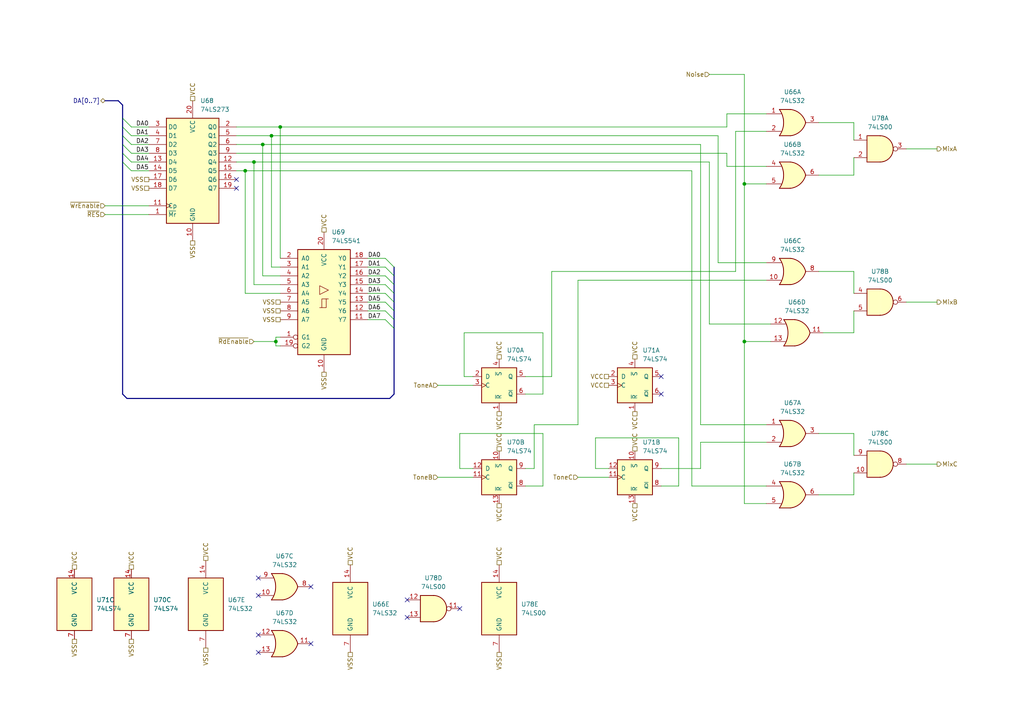
<source format=kicad_sch>
(kicad_sch
	(version 20250114)
	(generator "eeschema")
	(generator_version "9.0")
	(uuid "622b91c0-839b-4cea-9093-8bbcc5d695bd")
	(paper "A4")
	(lib_symbols
		(symbol "74xx:74LS00"
			(pin_names
				(offset 1.016)
			)
			(exclude_from_sim no)
			(in_bom yes)
			(on_board yes)
			(property "Reference" "U"
				(at 0 1.27 0)
				(effects
					(font
						(size 1.27 1.27)
					)
				)
			)
			(property "Value" "74LS00"
				(at 0 -1.27 0)
				(effects
					(font
						(size 1.27 1.27)
					)
				)
			)
			(property "Footprint" ""
				(at 0 0 0)
				(effects
					(font
						(size 1.27 1.27)
					)
					(hide yes)
				)
			)
			(property "Datasheet" "http://www.ti.com/lit/gpn/sn74ls00"
				(at 0 0 0)
				(effects
					(font
						(size 1.27 1.27)
					)
					(hide yes)
				)
			)
			(property "Description" "quad 2-input NAND gate"
				(at 0 0 0)
				(effects
					(font
						(size 1.27 1.27)
					)
					(hide yes)
				)
			)
			(property "ki_locked" ""
				(at 0 0 0)
				(effects
					(font
						(size 1.27 1.27)
					)
				)
			)
			(property "ki_keywords" "TTL nand 2-input"
				(at 0 0 0)
				(effects
					(font
						(size 1.27 1.27)
					)
					(hide yes)
				)
			)
			(property "ki_fp_filters" "DIP*W7.62mm* SO14*"
				(at 0 0 0)
				(effects
					(font
						(size 1.27 1.27)
					)
					(hide yes)
				)
			)
			(symbol "74LS00_1_1"
				(arc
					(start 0 3.81)
					(mid 3.7934 0)
					(end 0 -3.81)
					(stroke
						(width 0.254)
						(type default)
					)
					(fill
						(type background)
					)
				)
				(polyline
					(pts
						(xy 0 3.81) (xy -3.81 3.81) (xy -3.81 -3.81) (xy 0 -3.81)
					)
					(stroke
						(width 0.254)
						(type default)
					)
					(fill
						(type background)
					)
				)
				(pin input line
					(at -7.62 2.54 0)
					(length 3.81)
					(name "~"
						(effects
							(font
								(size 1.27 1.27)
							)
						)
					)
					(number "1"
						(effects
							(font
								(size 1.27 1.27)
							)
						)
					)
				)
				(pin input line
					(at -7.62 -2.54 0)
					(length 3.81)
					(name "~"
						(effects
							(font
								(size 1.27 1.27)
							)
						)
					)
					(number "2"
						(effects
							(font
								(size 1.27 1.27)
							)
						)
					)
				)
				(pin output inverted
					(at 7.62 0 180)
					(length 3.81)
					(name "~"
						(effects
							(font
								(size 1.27 1.27)
							)
						)
					)
					(number "3"
						(effects
							(font
								(size 1.27 1.27)
							)
						)
					)
				)
			)
			(symbol "74LS00_1_2"
				(arc
					(start -3.81 3.81)
					(mid -2.589 0)
					(end -3.81 -3.81)
					(stroke
						(width 0.254)
						(type default)
					)
					(fill
						(type none)
					)
				)
				(polyline
					(pts
						(xy -3.81 3.81) (xy -0.635 3.81)
					)
					(stroke
						(width 0.254)
						(type default)
					)
					(fill
						(type background)
					)
				)
				(polyline
					(pts
						(xy -3.81 -3.81) (xy -0.635 -3.81)
					)
					(stroke
						(width 0.254)
						(type default)
					)
					(fill
						(type background)
					)
				)
				(arc
					(start 3.81 0)
					(mid 2.1855 -2.584)
					(end -0.6096 -3.81)
					(stroke
						(width 0.254)
						(type default)
					)
					(fill
						(type background)
					)
				)
				(arc
					(start -0.6096 3.81)
					(mid 2.1928 2.5924)
					(end 3.81 0)
					(stroke
						(width 0.254)
						(type default)
					)
					(fill
						(type background)
					)
				)
				(polyline
					(pts
						(xy -0.635 3.81) (xy -3.81 3.81) (xy -3.81 3.81) (xy -3.556 3.4036) (xy -3.0226 2.2606) (xy -2.6924 1.0414)
						(xy -2.6162 -0.254) (xy -2.7686 -1.4986) (xy -3.175 -2.7178) (xy -3.81 -3.81) (xy -3.81 -3.81)
						(xy -0.635 -3.81)
					)
					(stroke
						(width -25.4)
						(type default)
					)
					(fill
						(type background)
					)
				)
				(pin input inverted
					(at -7.62 2.54 0)
					(length 4.318)
					(name "~"
						(effects
							(font
								(size 1.27 1.27)
							)
						)
					)
					(number "1"
						(effects
							(font
								(size 1.27 1.27)
							)
						)
					)
				)
				(pin input inverted
					(at -7.62 -2.54 0)
					(length 4.318)
					(name "~"
						(effects
							(font
								(size 1.27 1.27)
							)
						)
					)
					(number "2"
						(effects
							(font
								(size 1.27 1.27)
							)
						)
					)
				)
				(pin output line
					(at 7.62 0 180)
					(length 3.81)
					(name "~"
						(effects
							(font
								(size 1.27 1.27)
							)
						)
					)
					(number "3"
						(effects
							(font
								(size 1.27 1.27)
							)
						)
					)
				)
			)
			(symbol "74LS00_2_1"
				(arc
					(start 0 3.81)
					(mid 3.7934 0)
					(end 0 -3.81)
					(stroke
						(width 0.254)
						(type default)
					)
					(fill
						(type background)
					)
				)
				(polyline
					(pts
						(xy 0 3.81) (xy -3.81 3.81) (xy -3.81 -3.81) (xy 0 -3.81)
					)
					(stroke
						(width 0.254)
						(type default)
					)
					(fill
						(type background)
					)
				)
				(pin input line
					(at -7.62 2.54 0)
					(length 3.81)
					(name "~"
						(effects
							(font
								(size 1.27 1.27)
							)
						)
					)
					(number "4"
						(effects
							(font
								(size 1.27 1.27)
							)
						)
					)
				)
				(pin input line
					(at -7.62 -2.54 0)
					(length 3.81)
					(name "~"
						(effects
							(font
								(size 1.27 1.27)
							)
						)
					)
					(number "5"
						(effects
							(font
								(size 1.27 1.27)
							)
						)
					)
				)
				(pin output inverted
					(at 7.62 0 180)
					(length 3.81)
					(name "~"
						(effects
							(font
								(size 1.27 1.27)
							)
						)
					)
					(number "6"
						(effects
							(font
								(size 1.27 1.27)
							)
						)
					)
				)
			)
			(symbol "74LS00_2_2"
				(arc
					(start -3.81 3.81)
					(mid -2.589 0)
					(end -3.81 -3.81)
					(stroke
						(width 0.254)
						(type default)
					)
					(fill
						(type none)
					)
				)
				(polyline
					(pts
						(xy -3.81 3.81) (xy -0.635 3.81)
					)
					(stroke
						(width 0.254)
						(type default)
					)
					(fill
						(type background)
					)
				)
				(polyline
					(pts
						(xy -3.81 -3.81) (xy -0.635 -3.81)
					)
					(stroke
						(width 0.254)
						(type default)
					)
					(fill
						(type background)
					)
				)
				(arc
					(start 3.81 0)
					(mid 2.1855 -2.584)
					(end -0.6096 -3.81)
					(stroke
						(width 0.254)
						(type default)
					)
					(fill
						(type background)
					)
				)
				(arc
					(start -0.6096 3.81)
					(mid 2.1928 2.5924)
					(end 3.81 0)
					(stroke
						(width 0.254)
						(type default)
					)
					(fill
						(type background)
					)
				)
				(polyline
					(pts
						(xy -0.635 3.81) (xy -3.81 3.81) (xy -3.81 3.81) (xy -3.556 3.4036) (xy -3.0226 2.2606) (xy -2.6924 1.0414)
						(xy -2.6162 -0.254) (xy -2.7686 -1.4986) (xy -3.175 -2.7178) (xy -3.81 -3.81) (xy -3.81 -3.81)
						(xy -0.635 -3.81)
					)
					(stroke
						(width -25.4)
						(type default)
					)
					(fill
						(type background)
					)
				)
				(pin input inverted
					(at -7.62 2.54 0)
					(length 4.318)
					(name "~"
						(effects
							(font
								(size 1.27 1.27)
							)
						)
					)
					(number "4"
						(effects
							(font
								(size 1.27 1.27)
							)
						)
					)
				)
				(pin input inverted
					(at -7.62 -2.54 0)
					(length 4.318)
					(name "~"
						(effects
							(font
								(size 1.27 1.27)
							)
						)
					)
					(number "5"
						(effects
							(font
								(size 1.27 1.27)
							)
						)
					)
				)
				(pin output line
					(at 7.62 0 180)
					(length 3.81)
					(name "~"
						(effects
							(font
								(size 1.27 1.27)
							)
						)
					)
					(number "6"
						(effects
							(font
								(size 1.27 1.27)
							)
						)
					)
				)
			)
			(symbol "74LS00_3_1"
				(arc
					(start 0 3.81)
					(mid 3.7934 0)
					(end 0 -3.81)
					(stroke
						(width 0.254)
						(type default)
					)
					(fill
						(type background)
					)
				)
				(polyline
					(pts
						(xy 0 3.81) (xy -3.81 3.81) (xy -3.81 -3.81) (xy 0 -3.81)
					)
					(stroke
						(width 0.254)
						(type default)
					)
					(fill
						(type background)
					)
				)
				(pin input line
					(at -7.62 2.54 0)
					(length 3.81)
					(name "~"
						(effects
							(font
								(size 1.27 1.27)
							)
						)
					)
					(number "9"
						(effects
							(font
								(size 1.27 1.27)
							)
						)
					)
				)
				(pin input line
					(at -7.62 -2.54 0)
					(length 3.81)
					(name "~"
						(effects
							(font
								(size 1.27 1.27)
							)
						)
					)
					(number "10"
						(effects
							(font
								(size 1.27 1.27)
							)
						)
					)
				)
				(pin output inverted
					(at 7.62 0 180)
					(length 3.81)
					(name "~"
						(effects
							(font
								(size 1.27 1.27)
							)
						)
					)
					(number "8"
						(effects
							(font
								(size 1.27 1.27)
							)
						)
					)
				)
			)
			(symbol "74LS00_3_2"
				(arc
					(start -3.81 3.81)
					(mid -2.589 0)
					(end -3.81 -3.81)
					(stroke
						(width 0.254)
						(type default)
					)
					(fill
						(type none)
					)
				)
				(polyline
					(pts
						(xy -3.81 3.81) (xy -0.635 3.81)
					)
					(stroke
						(width 0.254)
						(type default)
					)
					(fill
						(type background)
					)
				)
				(polyline
					(pts
						(xy -3.81 -3.81) (xy -0.635 -3.81)
					)
					(stroke
						(width 0.254)
						(type default)
					)
					(fill
						(type background)
					)
				)
				(arc
					(start 3.81 0)
					(mid 2.1855 -2.584)
					(end -0.6096 -3.81)
					(stroke
						(width 0.254)
						(type default)
					)
					(fill
						(type background)
					)
				)
				(arc
					(start -0.6096 3.81)
					(mid 2.1928 2.5924)
					(end 3.81 0)
					(stroke
						(width 0.254)
						(type default)
					)
					(fill
						(type background)
					)
				)
				(polyline
					(pts
						(xy -0.635 3.81) (xy -3.81 3.81) (xy -3.81 3.81) (xy -3.556 3.4036) (xy -3.0226 2.2606) (xy -2.6924 1.0414)
						(xy -2.6162 -0.254) (xy -2.7686 -1.4986) (xy -3.175 -2.7178) (xy -3.81 -3.81) (xy -3.81 -3.81)
						(xy -0.635 -3.81)
					)
					(stroke
						(width -25.4)
						(type default)
					)
					(fill
						(type background)
					)
				)
				(pin input inverted
					(at -7.62 2.54 0)
					(length 4.318)
					(name "~"
						(effects
							(font
								(size 1.27 1.27)
							)
						)
					)
					(number "9"
						(effects
							(font
								(size 1.27 1.27)
							)
						)
					)
				)
				(pin input inverted
					(at -7.62 -2.54 0)
					(length 4.318)
					(name "~"
						(effects
							(font
								(size 1.27 1.27)
							)
						)
					)
					(number "10"
						(effects
							(font
								(size 1.27 1.27)
							)
						)
					)
				)
				(pin output line
					(at 7.62 0 180)
					(length 3.81)
					(name "~"
						(effects
							(font
								(size 1.27 1.27)
							)
						)
					)
					(number "8"
						(effects
							(font
								(size 1.27 1.27)
							)
						)
					)
				)
			)
			(symbol "74LS00_4_1"
				(arc
					(start 0 3.81)
					(mid 3.7934 0)
					(end 0 -3.81)
					(stroke
						(width 0.254)
						(type default)
					)
					(fill
						(type background)
					)
				)
				(polyline
					(pts
						(xy 0 3.81) (xy -3.81 3.81) (xy -3.81 -3.81) (xy 0 -3.81)
					)
					(stroke
						(width 0.254)
						(type default)
					)
					(fill
						(type background)
					)
				)
				(pin input line
					(at -7.62 2.54 0)
					(length 3.81)
					(name "~"
						(effects
							(font
								(size 1.27 1.27)
							)
						)
					)
					(number "12"
						(effects
							(font
								(size 1.27 1.27)
							)
						)
					)
				)
				(pin input line
					(at -7.62 -2.54 0)
					(length 3.81)
					(name "~"
						(effects
							(font
								(size 1.27 1.27)
							)
						)
					)
					(number "13"
						(effects
							(font
								(size 1.27 1.27)
							)
						)
					)
				)
				(pin output inverted
					(at 7.62 0 180)
					(length 3.81)
					(name "~"
						(effects
							(font
								(size 1.27 1.27)
							)
						)
					)
					(number "11"
						(effects
							(font
								(size 1.27 1.27)
							)
						)
					)
				)
			)
			(symbol "74LS00_4_2"
				(arc
					(start -3.81 3.81)
					(mid -2.589 0)
					(end -3.81 -3.81)
					(stroke
						(width 0.254)
						(type default)
					)
					(fill
						(type none)
					)
				)
				(polyline
					(pts
						(xy -3.81 3.81) (xy -0.635 3.81)
					)
					(stroke
						(width 0.254)
						(type default)
					)
					(fill
						(type background)
					)
				)
				(polyline
					(pts
						(xy -3.81 -3.81) (xy -0.635 -3.81)
					)
					(stroke
						(width 0.254)
						(type default)
					)
					(fill
						(type background)
					)
				)
				(arc
					(start 3.81 0)
					(mid 2.1855 -2.584)
					(end -0.6096 -3.81)
					(stroke
						(width 0.254)
						(type default)
					)
					(fill
						(type background)
					)
				)
				(arc
					(start -0.6096 3.81)
					(mid 2.1928 2.5924)
					(end 3.81 0)
					(stroke
						(width 0.254)
						(type default)
					)
					(fill
						(type background)
					)
				)
				(polyline
					(pts
						(xy -0.635 3.81) (xy -3.81 3.81) (xy -3.81 3.81) (xy -3.556 3.4036) (xy -3.0226 2.2606) (xy -2.6924 1.0414)
						(xy -2.6162 -0.254) (xy -2.7686 -1.4986) (xy -3.175 -2.7178) (xy -3.81 -3.81) (xy -3.81 -3.81)
						(xy -0.635 -3.81)
					)
					(stroke
						(width -25.4)
						(type default)
					)
					(fill
						(type background)
					)
				)
				(pin input inverted
					(at -7.62 2.54 0)
					(length 4.318)
					(name "~"
						(effects
							(font
								(size 1.27 1.27)
							)
						)
					)
					(number "12"
						(effects
							(font
								(size 1.27 1.27)
							)
						)
					)
				)
				(pin input inverted
					(at -7.62 -2.54 0)
					(length 4.318)
					(name "~"
						(effects
							(font
								(size 1.27 1.27)
							)
						)
					)
					(number "13"
						(effects
							(font
								(size 1.27 1.27)
							)
						)
					)
				)
				(pin output line
					(at 7.62 0 180)
					(length 3.81)
					(name "~"
						(effects
							(font
								(size 1.27 1.27)
							)
						)
					)
					(number "11"
						(effects
							(font
								(size 1.27 1.27)
							)
						)
					)
				)
			)
			(symbol "74LS00_5_0"
				(pin power_in line
					(at 0 12.7 270)
					(length 5.08)
					(name "VCC"
						(effects
							(font
								(size 1.27 1.27)
							)
						)
					)
					(number "14"
						(effects
							(font
								(size 1.27 1.27)
							)
						)
					)
				)
				(pin power_in line
					(at 0 -12.7 90)
					(length 5.08)
					(name "GND"
						(effects
							(font
								(size 1.27 1.27)
							)
						)
					)
					(number "7"
						(effects
							(font
								(size 1.27 1.27)
							)
						)
					)
				)
			)
			(symbol "74LS00_5_1"
				(rectangle
					(start -5.08 7.62)
					(end 5.08 -7.62)
					(stroke
						(width 0.254)
						(type default)
					)
					(fill
						(type background)
					)
				)
			)
			(embedded_fonts no)
		)
		(symbol "74xx:74LS273"
			(exclude_from_sim no)
			(in_bom yes)
			(on_board yes)
			(property "Reference" "U"
				(at -7.62 16.51 0)
				(effects
					(font
						(size 1.27 1.27)
					)
				)
			)
			(property "Value" "74LS273"
				(at -7.62 -16.51 0)
				(effects
					(font
						(size 1.27 1.27)
					)
				)
			)
			(property "Footprint" ""
				(at 0 0 0)
				(effects
					(font
						(size 1.27 1.27)
					)
					(hide yes)
				)
			)
			(property "Datasheet" "http://www.ti.com/lit/gpn/sn74LS273"
				(at 0 0 0)
				(effects
					(font
						(size 1.27 1.27)
					)
					(hide yes)
				)
			)
			(property "Description" "8-bit D Flip-Flop, reset"
				(at 0 0 0)
				(effects
					(font
						(size 1.27 1.27)
					)
					(hide yes)
				)
			)
			(property "ki_keywords" "TTL DFF DFF8"
				(at 0 0 0)
				(effects
					(font
						(size 1.27 1.27)
					)
					(hide yes)
				)
			)
			(property "ki_fp_filters" "DIP?20* SO?20* SOIC?20*"
				(at 0 0 0)
				(effects
					(font
						(size 1.27 1.27)
					)
					(hide yes)
				)
			)
			(symbol "74LS273_1_0"
				(pin input line
					(at -12.7 12.7 0)
					(length 5.08)
					(name "D0"
						(effects
							(font
								(size 1.27 1.27)
							)
						)
					)
					(number "3"
						(effects
							(font
								(size 1.27 1.27)
							)
						)
					)
				)
				(pin input line
					(at -12.7 10.16 0)
					(length 5.08)
					(name "D1"
						(effects
							(font
								(size 1.27 1.27)
							)
						)
					)
					(number "4"
						(effects
							(font
								(size 1.27 1.27)
							)
						)
					)
				)
				(pin input line
					(at -12.7 7.62 0)
					(length 5.08)
					(name "D2"
						(effects
							(font
								(size 1.27 1.27)
							)
						)
					)
					(number "7"
						(effects
							(font
								(size 1.27 1.27)
							)
						)
					)
				)
				(pin input line
					(at -12.7 5.08 0)
					(length 5.08)
					(name "D3"
						(effects
							(font
								(size 1.27 1.27)
							)
						)
					)
					(number "8"
						(effects
							(font
								(size 1.27 1.27)
							)
						)
					)
				)
				(pin input line
					(at -12.7 2.54 0)
					(length 5.08)
					(name "D4"
						(effects
							(font
								(size 1.27 1.27)
							)
						)
					)
					(number "13"
						(effects
							(font
								(size 1.27 1.27)
							)
						)
					)
				)
				(pin input line
					(at -12.7 0 0)
					(length 5.08)
					(name "D5"
						(effects
							(font
								(size 1.27 1.27)
							)
						)
					)
					(number "14"
						(effects
							(font
								(size 1.27 1.27)
							)
						)
					)
				)
				(pin input line
					(at -12.7 -2.54 0)
					(length 5.08)
					(name "D6"
						(effects
							(font
								(size 1.27 1.27)
							)
						)
					)
					(number "17"
						(effects
							(font
								(size 1.27 1.27)
							)
						)
					)
				)
				(pin input line
					(at -12.7 -5.08 0)
					(length 5.08)
					(name "D7"
						(effects
							(font
								(size 1.27 1.27)
							)
						)
					)
					(number "18"
						(effects
							(font
								(size 1.27 1.27)
							)
						)
					)
				)
				(pin input clock
					(at -12.7 -10.16 0)
					(length 5.08)
					(name "Cp"
						(effects
							(font
								(size 1.27 1.27)
							)
						)
					)
					(number "11"
						(effects
							(font
								(size 1.27 1.27)
							)
						)
					)
				)
				(pin input line
					(at -12.7 -12.7 0)
					(length 5.08)
					(name "~{Mr}"
						(effects
							(font
								(size 1.27 1.27)
							)
						)
					)
					(number "1"
						(effects
							(font
								(size 1.27 1.27)
							)
						)
					)
				)
				(pin power_in line
					(at 0 20.32 270)
					(length 5.08)
					(name "VCC"
						(effects
							(font
								(size 1.27 1.27)
							)
						)
					)
					(number "20"
						(effects
							(font
								(size 1.27 1.27)
							)
						)
					)
				)
				(pin power_in line
					(at 0 -20.32 90)
					(length 5.08)
					(name "GND"
						(effects
							(font
								(size 1.27 1.27)
							)
						)
					)
					(number "10"
						(effects
							(font
								(size 1.27 1.27)
							)
						)
					)
				)
				(pin output line
					(at 12.7 12.7 180)
					(length 5.08)
					(name "Q0"
						(effects
							(font
								(size 1.27 1.27)
							)
						)
					)
					(number "2"
						(effects
							(font
								(size 1.27 1.27)
							)
						)
					)
				)
				(pin output line
					(at 12.7 10.16 180)
					(length 5.08)
					(name "Q1"
						(effects
							(font
								(size 1.27 1.27)
							)
						)
					)
					(number "5"
						(effects
							(font
								(size 1.27 1.27)
							)
						)
					)
				)
				(pin output line
					(at 12.7 7.62 180)
					(length 5.08)
					(name "Q2"
						(effects
							(font
								(size 1.27 1.27)
							)
						)
					)
					(number "6"
						(effects
							(font
								(size 1.27 1.27)
							)
						)
					)
				)
				(pin output line
					(at 12.7 5.08 180)
					(length 5.08)
					(name "Q3"
						(effects
							(font
								(size 1.27 1.27)
							)
						)
					)
					(number "9"
						(effects
							(font
								(size 1.27 1.27)
							)
						)
					)
				)
				(pin output line
					(at 12.7 2.54 180)
					(length 5.08)
					(name "Q4"
						(effects
							(font
								(size 1.27 1.27)
							)
						)
					)
					(number "12"
						(effects
							(font
								(size 1.27 1.27)
							)
						)
					)
				)
				(pin output line
					(at 12.7 0 180)
					(length 5.08)
					(name "Q5"
						(effects
							(font
								(size 1.27 1.27)
							)
						)
					)
					(number "15"
						(effects
							(font
								(size 1.27 1.27)
							)
						)
					)
				)
				(pin output line
					(at 12.7 -2.54 180)
					(length 5.08)
					(name "Q6"
						(effects
							(font
								(size 1.27 1.27)
							)
						)
					)
					(number "16"
						(effects
							(font
								(size 1.27 1.27)
							)
						)
					)
				)
				(pin output line
					(at 12.7 -5.08 180)
					(length 5.08)
					(name "Q7"
						(effects
							(font
								(size 1.27 1.27)
							)
						)
					)
					(number "19"
						(effects
							(font
								(size 1.27 1.27)
							)
						)
					)
				)
			)
			(symbol "74LS273_1_1"
				(rectangle
					(start -7.62 15.24)
					(end 7.62 -15.24)
					(stroke
						(width 0.254)
						(type default)
					)
					(fill
						(type background)
					)
				)
			)
			(embedded_fonts no)
		)
		(symbol "74xx:74LS32"
			(pin_names
				(offset 1.016)
			)
			(exclude_from_sim no)
			(in_bom yes)
			(on_board yes)
			(property "Reference" "U"
				(at 0 1.27 0)
				(effects
					(font
						(size 1.27 1.27)
					)
				)
			)
			(property "Value" "74LS32"
				(at 0 -1.27 0)
				(effects
					(font
						(size 1.27 1.27)
					)
				)
			)
			(property "Footprint" ""
				(at 0 0 0)
				(effects
					(font
						(size 1.27 1.27)
					)
					(hide yes)
				)
			)
			(property "Datasheet" "http://www.ti.com/lit/gpn/sn74LS32"
				(at 0 0 0)
				(effects
					(font
						(size 1.27 1.27)
					)
					(hide yes)
				)
			)
			(property "Description" "Quad 2-input OR"
				(at 0 0 0)
				(effects
					(font
						(size 1.27 1.27)
					)
					(hide yes)
				)
			)
			(property "ki_locked" ""
				(at 0 0 0)
				(effects
					(font
						(size 1.27 1.27)
					)
				)
			)
			(property "ki_keywords" "TTL Or2"
				(at 0 0 0)
				(effects
					(font
						(size 1.27 1.27)
					)
					(hide yes)
				)
			)
			(property "ki_fp_filters" "DIP?14*"
				(at 0 0 0)
				(effects
					(font
						(size 1.27 1.27)
					)
					(hide yes)
				)
			)
			(symbol "74LS32_1_1"
				(arc
					(start -3.81 3.81)
					(mid -2.589 0)
					(end -3.81 -3.81)
					(stroke
						(width 0.254)
						(type default)
					)
					(fill
						(type none)
					)
				)
				(polyline
					(pts
						(xy -3.81 3.81) (xy -0.635 3.81)
					)
					(stroke
						(width 0.254)
						(type default)
					)
					(fill
						(type background)
					)
				)
				(polyline
					(pts
						(xy -3.81 -3.81) (xy -0.635 -3.81)
					)
					(stroke
						(width 0.254)
						(type default)
					)
					(fill
						(type background)
					)
				)
				(arc
					(start 3.81 0)
					(mid 2.1855 -2.584)
					(end -0.6096 -3.81)
					(stroke
						(width 0.254)
						(type default)
					)
					(fill
						(type background)
					)
				)
				(arc
					(start -0.6096 3.81)
					(mid 2.1928 2.5924)
					(end 3.81 0)
					(stroke
						(width 0.254)
						(type default)
					)
					(fill
						(type background)
					)
				)
				(polyline
					(pts
						(xy -0.635 3.81) (xy -3.81 3.81) (xy -3.81 3.81) (xy -3.556 3.4036) (xy -3.0226 2.2606) (xy -2.6924 1.0414)
						(xy -2.6162 -0.254) (xy -2.7686 -1.4986) (xy -3.175 -2.7178) (xy -3.81 -3.81) (xy -3.81 -3.81)
						(xy -0.635 -3.81)
					)
					(stroke
						(width -25.4)
						(type default)
					)
					(fill
						(type background)
					)
				)
				(pin input line
					(at -7.62 2.54 0)
					(length 4.318)
					(name "~"
						(effects
							(font
								(size 1.27 1.27)
							)
						)
					)
					(number "1"
						(effects
							(font
								(size 1.27 1.27)
							)
						)
					)
				)
				(pin input line
					(at -7.62 -2.54 0)
					(length 4.318)
					(name "~"
						(effects
							(font
								(size 1.27 1.27)
							)
						)
					)
					(number "2"
						(effects
							(font
								(size 1.27 1.27)
							)
						)
					)
				)
				(pin output line
					(at 7.62 0 180)
					(length 3.81)
					(name "~"
						(effects
							(font
								(size 1.27 1.27)
							)
						)
					)
					(number "3"
						(effects
							(font
								(size 1.27 1.27)
							)
						)
					)
				)
			)
			(symbol "74LS32_1_2"
				(arc
					(start 0 3.81)
					(mid 3.7934 0)
					(end 0 -3.81)
					(stroke
						(width 0.254)
						(type default)
					)
					(fill
						(type background)
					)
				)
				(polyline
					(pts
						(xy 0 3.81) (xy -3.81 3.81) (xy -3.81 -3.81) (xy 0 -3.81)
					)
					(stroke
						(width 0.254)
						(type default)
					)
					(fill
						(type background)
					)
				)
				(pin input inverted
					(at -7.62 2.54 0)
					(length 3.81)
					(name "~"
						(effects
							(font
								(size 1.27 1.27)
							)
						)
					)
					(number "1"
						(effects
							(font
								(size 1.27 1.27)
							)
						)
					)
				)
				(pin input inverted
					(at -7.62 -2.54 0)
					(length 3.81)
					(name "~"
						(effects
							(font
								(size 1.27 1.27)
							)
						)
					)
					(number "2"
						(effects
							(font
								(size 1.27 1.27)
							)
						)
					)
				)
				(pin output inverted
					(at 7.62 0 180)
					(length 3.81)
					(name "~"
						(effects
							(font
								(size 1.27 1.27)
							)
						)
					)
					(number "3"
						(effects
							(font
								(size 1.27 1.27)
							)
						)
					)
				)
			)
			(symbol "74LS32_2_1"
				(arc
					(start -3.81 3.81)
					(mid -2.589 0)
					(end -3.81 -3.81)
					(stroke
						(width 0.254)
						(type default)
					)
					(fill
						(type none)
					)
				)
				(polyline
					(pts
						(xy -3.81 3.81) (xy -0.635 3.81)
					)
					(stroke
						(width 0.254)
						(type default)
					)
					(fill
						(type background)
					)
				)
				(polyline
					(pts
						(xy -3.81 -3.81) (xy -0.635 -3.81)
					)
					(stroke
						(width 0.254)
						(type default)
					)
					(fill
						(type background)
					)
				)
				(arc
					(start 3.81 0)
					(mid 2.1855 -2.584)
					(end -0.6096 -3.81)
					(stroke
						(width 0.254)
						(type default)
					)
					(fill
						(type background)
					)
				)
				(arc
					(start -0.6096 3.81)
					(mid 2.1928 2.5924)
					(end 3.81 0)
					(stroke
						(width 0.254)
						(type default)
					)
					(fill
						(type background)
					)
				)
				(polyline
					(pts
						(xy -0.635 3.81) (xy -3.81 3.81) (xy -3.81 3.81) (xy -3.556 3.4036) (xy -3.0226 2.2606) (xy -2.6924 1.0414)
						(xy -2.6162 -0.254) (xy -2.7686 -1.4986) (xy -3.175 -2.7178) (xy -3.81 -3.81) (xy -3.81 -3.81)
						(xy -0.635 -3.81)
					)
					(stroke
						(width -25.4)
						(type default)
					)
					(fill
						(type background)
					)
				)
				(pin input line
					(at -7.62 2.54 0)
					(length 4.318)
					(name "~"
						(effects
							(font
								(size 1.27 1.27)
							)
						)
					)
					(number "4"
						(effects
							(font
								(size 1.27 1.27)
							)
						)
					)
				)
				(pin input line
					(at -7.62 -2.54 0)
					(length 4.318)
					(name "~"
						(effects
							(font
								(size 1.27 1.27)
							)
						)
					)
					(number "5"
						(effects
							(font
								(size 1.27 1.27)
							)
						)
					)
				)
				(pin output line
					(at 7.62 0 180)
					(length 3.81)
					(name "~"
						(effects
							(font
								(size 1.27 1.27)
							)
						)
					)
					(number "6"
						(effects
							(font
								(size 1.27 1.27)
							)
						)
					)
				)
			)
			(symbol "74LS32_2_2"
				(arc
					(start 0 3.81)
					(mid 3.7934 0)
					(end 0 -3.81)
					(stroke
						(width 0.254)
						(type default)
					)
					(fill
						(type background)
					)
				)
				(polyline
					(pts
						(xy 0 3.81) (xy -3.81 3.81) (xy -3.81 -3.81) (xy 0 -3.81)
					)
					(stroke
						(width 0.254)
						(type default)
					)
					(fill
						(type background)
					)
				)
				(pin input inverted
					(at -7.62 2.54 0)
					(length 3.81)
					(name "~"
						(effects
							(font
								(size 1.27 1.27)
							)
						)
					)
					(number "4"
						(effects
							(font
								(size 1.27 1.27)
							)
						)
					)
				)
				(pin input inverted
					(at -7.62 -2.54 0)
					(length 3.81)
					(name "~"
						(effects
							(font
								(size 1.27 1.27)
							)
						)
					)
					(number "5"
						(effects
							(font
								(size 1.27 1.27)
							)
						)
					)
				)
				(pin output inverted
					(at 7.62 0 180)
					(length 3.81)
					(name "~"
						(effects
							(font
								(size 1.27 1.27)
							)
						)
					)
					(number "6"
						(effects
							(font
								(size 1.27 1.27)
							)
						)
					)
				)
			)
			(symbol "74LS32_3_1"
				(arc
					(start -3.81 3.81)
					(mid -2.589 0)
					(end -3.81 -3.81)
					(stroke
						(width 0.254)
						(type default)
					)
					(fill
						(type none)
					)
				)
				(polyline
					(pts
						(xy -3.81 3.81) (xy -0.635 3.81)
					)
					(stroke
						(width 0.254)
						(type default)
					)
					(fill
						(type background)
					)
				)
				(polyline
					(pts
						(xy -3.81 -3.81) (xy -0.635 -3.81)
					)
					(stroke
						(width 0.254)
						(type default)
					)
					(fill
						(type background)
					)
				)
				(arc
					(start 3.81 0)
					(mid 2.1855 -2.584)
					(end -0.6096 -3.81)
					(stroke
						(width 0.254)
						(type default)
					)
					(fill
						(type background)
					)
				)
				(arc
					(start -0.6096 3.81)
					(mid 2.1928 2.5924)
					(end 3.81 0)
					(stroke
						(width 0.254)
						(type default)
					)
					(fill
						(type background)
					)
				)
				(polyline
					(pts
						(xy -0.635 3.81) (xy -3.81 3.81) (xy -3.81 3.81) (xy -3.556 3.4036) (xy -3.0226 2.2606) (xy -2.6924 1.0414)
						(xy -2.6162 -0.254) (xy -2.7686 -1.4986) (xy -3.175 -2.7178) (xy -3.81 -3.81) (xy -3.81 -3.81)
						(xy -0.635 -3.81)
					)
					(stroke
						(width -25.4)
						(type default)
					)
					(fill
						(type background)
					)
				)
				(pin input line
					(at -7.62 2.54 0)
					(length 4.318)
					(name "~"
						(effects
							(font
								(size 1.27 1.27)
							)
						)
					)
					(number "9"
						(effects
							(font
								(size 1.27 1.27)
							)
						)
					)
				)
				(pin input line
					(at -7.62 -2.54 0)
					(length 4.318)
					(name "~"
						(effects
							(font
								(size 1.27 1.27)
							)
						)
					)
					(number "10"
						(effects
							(font
								(size 1.27 1.27)
							)
						)
					)
				)
				(pin output line
					(at 7.62 0 180)
					(length 3.81)
					(name "~"
						(effects
							(font
								(size 1.27 1.27)
							)
						)
					)
					(number "8"
						(effects
							(font
								(size 1.27 1.27)
							)
						)
					)
				)
			)
			(symbol "74LS32_3_2"
				(arc
					(start 0 3.81)
					(mid 3.7934 0)
					(end 0 -3.81)
					(stroke
						(width 0.254)
						(type default)
					)
					(fill
						(type background)
					)
				)
				(polyline
					(pts
						(xy 0 3.81) (xy -3.81 3.81) (xy -3.81 -3.81) (xy 0 -3.81)
					)
					(stroke
						(width 0.254)
						(type default)
					)
					(fill
						(type background)
					)
				)
				(pin input inverted
					(at -7.62 2.54 0)
					(length 3.81)
					(name "~"
						(effects
							(font
								(size 1.27 1.27)
							)
						)
					)
					(number "9"
						(effects
							(font
								(size 1.27 1.27)
							)
						)
					)
				)
				(pin input inverted
					(at -7.62 -2.54 0)
					(length 3.81)
					(name "~"
						(effects
							(font
								(size 1.27 1.27)
							)
						)
					)
					(number "10"
						(effects
							(font
								(size 1.27 1.27)
							)
						)
					)
				)
				(pin output inverted
					(at 7.62 0 180)
					(length 3.81)
					(name "~"
						(effects
							(font
								(size 1.27 1.27)
							)
						)
					)
					(number "8"
						(effects
							(font
								(size 1.27 1.27)
							)
						)
					)
				)
			)
			(symbol "74LS32_4_1"
				(arc
					(start -3.81 3.81)
					(mid -2.589 0)
					(end -3.81 -3.81)
					(stroke
						(width 0.254)
						(type default)
					)
					(fill
						(type none)
					)
				)
				(polyline
					(pts
						(xy -3.81 3.81) (xy -0.635 3.81)
					)
					(stroke
						(width 0.254)
						(type default)
					)
					(fill
						(type background)
					)
				)
				(polyline
					(pts
						(xy -3.81 -3.81) (xy -0.635 -3.81)
					)
					(stroke
						(width 0.254)
						(type default)
					)
					(fill
						(type background)
					)
				)
				(arc
					(start 3.81 0)
					(mid 2.1855 -2.584)
					(end -0.6096 -3.81)
					(stroke
						(width 0.254)
						(type default)
					)
					(fill
						(type background)
					)
				)
				(arc
					(start -0.6096 3.81)
					(mid 2.1928 2.5924)
					(end 3.81 0)
					(stroke
						(width 0.254)
						(type default)
					)
					(fill
						(type background)
					)
				)
				(polyline
					(pts
						(xy -0.635 3.81) (xy -3.81 3.81) (xy -3.81 3.81) (xy -3.556 3.4036) (xy -3.0226 2.2606) (xy -2.6924 1.0414)
						(xy -2.6162 -0.254) (xy -2.7686 -1.4986) (xy -3.175 -2.7178) (xy -3.81 -3.81) (xy -3.81 -3.81)
						(xy -0.635 -3.81)
					)
					(stroke
						(width -25.4)
						(type default)
					)
					(fill
						(type background)
					)
				)
				(pin input line
					(at -7.62 2.54 0)
					(length 4.318)
					(name "~"
						(effects
							(font
								(size 1.27 1.27)
							)
						)
					)
					(number "12"
						(effects
							(font
								(size 1.27 1.27)
							)
						)
					)
				)
				(pin input line
					(at -7.62 -2.54 0)
					(length 4.318)
					(name "~"
						(effects
							(font
								(size 1.27 1.27)
							)
						)
					)
					(number "13"
						(effects
							(font
								(size 1.27 1.27)
							)
						)
					)
				)
				(pin output line
					(at 7.62 0 180)
					(length 3.81)
					(name "~"
						(effects
							(font
								(size 1.27 1.27)
							)
						)
					)
					(number "11"
						(effects
							(font
								(size 1.27 1.27)
							)
						)
					)
				)
			)
			(symbol "74LS32_4_2"
				(arc
					(start 0 3.81)
					(mid 3.7934 0)
					(end 0 -3.81)
					(stroke
						(width 0.254)
						(type default)
					)
					(fill
						(type background)
					)
				)
				(polyline
					(pts
						(xy 0 3.81) (xy -3.81 3.81) (xy -3.81 -3.81) (xy 0 -3.81)
					)
					(stroke
						(width 0.254)
						(type default)
					)
					(fill
						(type background)
					)
				)
				(pin input inverted
					(at -7.62 2.54 0)
					(length 3.81)
					(name "~"
						(effects
							(font
								(size 1.27 1.27)
							)
						)
					)
					(number "12"
						(effects
							(font
								(size 1.27 1.27)
							)
						)
					)
				)
				(pin input inverted
					(at -7.62 -2.54 0)
					(length 3.81)
					(name "~"
						(effects
							(font
								(size 1.27 1.27)
							)
						)
					)
					(number "13"
						(effects
							(font
								(size 1.27 1.27)
							)
						)
					)
				)
				(pin output inverted
					(at 7.62 0 180)
					(length 3.81)
					(name "~"
						(effects
							(font
								(size 1.27 1.27)
							)
						)
					)
					(number "11"
						(effects
							(font
								(size 1.27 1.27)
							)
						)
					)
				)
			)
			(symbol "74LS32_5_0"
				(pin power_in line
					(at 0 12.7 270)
					(length 5.08)
					(name "VCC"
						(effects
							(font
								(size 1.27 1.27)
							)
						)
					)
					(number "14"
						(effects
							(font
								(size 1.27 1.27)
							)
						)
					)
				)
				(pin power_in line
					(at 0 -12.7 90)
					(length 5.08)
					(name "GND"
						(effects
							(font
								(size 1.27 1.27)
							)
						)
					)
					(number "7"
						(effects
							(font
								(size 1.27 1.27)
							)
						)
					)
				)
			)
			(symbol "74LS32_5_1"
				(rectangle
					(start -5.08 7.62)
					(end 5.08 -7.62)
					(stroke
						(width 0.254)
						(type default)
					)
					(fill
						(type background)
					)
				)
			)
			(embedded_fonts no)
		)
		(symbol "74xx:74LS541"
			(pin_names
				(offset 1.016)
			)
			(exclude_from_sim no)
			(in_bom yes)
			(on_board yes)
			(property "Reference" "U"
				(at -7.62 16.51 0)
				(effects
					(font
						(size 1.27 1.27)
					)
				)
			)
			(property "Value" "74LS541"
				(at -7.62 -16.51 0)
				(effects
					(font
						(size 1.27 1.27)
					)
				)
			)
			(property "Footprint" ""
				(at 0 0 0)
				(effects
					(font
						(size 1.27 1.27)
					)
					(hide yes)
				)
			)
			(property "Datasheet" "http://www.ti.com/lit/gpn/sn74LS541"
				(at 0 0 0)
				(effects
					(font
						(size 1.27 1.27)
					)
					(hide yes)
				)
			)
			(property "Description" "8-bit Buffer/Line Driver 3-state outputs"
				(at 0 0 0)
				(effects
					(font
						(size 1.27 1.27)
					)
					(hide yes)
				)
			)
			(property "ki_locked" ""
				(at 0 0 0)
				(effects
					(font
						(size 1.27 1.27)
					)
				)
			)
			(property "ki_keywords" "TTL BUFFER 3State BUS"
				(at 0 0 0)
				(effects
					(font
						(size 1.27 1.27)
					)
					(hide yes)
				)
			)
			(property "ki_fp_filters" "DIP?20*"
				(at 0 0 0)
				(effects
					(font
						(size 1.27 1.27)
					)
					(hide yes)
				)
			)
			(symbol "74LS541_1_0"
				(polyline
					(pts
						(xy -1.27 -1.6002) (xy 0.635 -1.6002) (xy 0.635 0.9398) (xy 1.27 0.9398)
					)
					(stroke
						(width 0)
						(type default)
					)
					(fill
						(type none)
					)
				)
				(polyline
					(pts
						(xy -0.635 -1.6002) (xy -0.635 0.9398) (xy 0.635 0.9398)
					)
					(stroke
						(width 0)
						(type default)
					)
					(fill
						(type none)
					)
				)
				(polyline
					(pts
						(xy 1.27 3.4798) (xy -1.27 4.7498) (xy -1.27 2.2098) (xy 1.27 3.4798)
					)
					(stroke
						(width 0.1524)
						(type default)
					)
					(fill
						(type none)
					)
				)
				(pin input line
					(at -12.7 12.7 0)
					(length 5.08)
					(name "A0"
						(effects
							(font
								(size 1.27 1.27)
							)
						)
					)
					(number "2"
						(effects
							(font
								(size 1.27 1.27)
							)
						)
					)
				)
				(pin input line
					(at -12.7 10.16 0)
					(length 5.08)
					(name "A1"
						(effects
							(font
								(size 1.27 1.27)
							)
						)
					)
					(number "3"
						(effects
							(font
								(size 1.27 1.27)
							)
						)
					)
				)
				(pin input line
					(at -12.7 7.62 0)
					(length 5.08)
					(name "A2"
						(effects
							(font
								(size 1.27 1.27)
							)
						)
					)
					(number "4"
						(effects
							(font
								(size 1.27 1.27)
							)
						)
					)
				)
				(pin input line
					(at -12.7 5.08 0)
					(length 5.08)
					(name "A3"
						(effects
							(font
								(size 1.27 1.27)
							)
						)
					)
					(number "5"
						(effects
							(font
								(size 1.27 1.27)
							)
						)
					)
				)
				(pin input line
					(at -12.7 2.54 0)
					(length 5.08)
					(name "A4"
						(effects
							(font
								(size 1.27 1.27)
							)
						)
					)
					(number "6"
						(effects
							(font
								(size 1.27 1.27)
							)
						)
					)
				)
				(pin input line
					(at -12.7 0 0)
					(length 5.08)
					(name "A5"
						(effects
							(font
								(size 1.27 1.27)
							)
						)
					)
					(number "7"
						(effects
							(font
								(size 1.27 1.27)
							)
						)
					)
				)
				(pin input line
					(at -12.7 -2.54 0)
					(length 5.08)
					(name "A6"
						(effects
							(font
								(size 1.27 1.27)
							)
						)
					)
					(number "8"
						(effects
							(font
								(size 1.27 1.27)
							)
						)
					)
				)
				(pin input line
					(at -12.7 -5.08 0)
					(length 5.08)
					(name "A7"
						(effects
							(font
								(size 1.27 1.27)
							)
						)
					)
					(number "9"
						(effects
							(font
								(size 1.27 1.27)
							)
						)
					)
				)
				(pin input inverted
					(at -12.7 -10.16 0)
					(length 5.08)
					(name "G1"
						(effects
							(font
								(size 1.27 1.27)
							)
						)
					)
					(number "1"
						(effects
							(font
								(size 1.27 1.27)
							)
						)
					)
				)
				(pin input inverted
					(at -12.7 -12.7 0)
					(length 5.08)
					(name "G2"
						(effects
							(font
								(size 1.27 1.27)
							)
						)
					)
					(number "19"
						(effects
							(font
								(size 1.27 1.27)
							)
						)
					)
				)
				(pin power_in line
					(at 0 20.32 270)
					(length 5.08)
					(name "VCC"
						(effects
							(font
								(size 1.27 1.27)
							)
						)
					)
					(number "20"
						(effects
							(font
								(size 1.27 1.27)
							)
						)
					)
				)
				(pin power_in line
					(at 0 -20.32 90)
					(length 5.08)
					(name "GND"
						(effects
							(font
								(size 1.27 1.27)
							)
						)
					)
					(number "10"
						(effects
							(font
								(size 1.27 1.27)
							)
						)
					)
				)
				(pin tri_state line
					(at 12.7 12.7 180)
					(length 5.08)
					(name "Y0"
						(effects
							(font
								(size 1.27 1.27)
							)
						)
					)
					(number "18"
						(effects
							(font
								(size 1.27 1.27)
							)
						)
					)
				)
				(pin tri_state line
					(at 12.7 10.16 180)
					(length 5.08)
					(name "Y1"
						(effects
							(font
								(size 1.27 1.27)
							)
						)
					)
					(number "17"
						(effects
							(font
								(size 1.27 1.27)
							)
						)
					)
				)
				(pin tri_state line
					(at 12.7 7.62 180)
					(length 5.08)
					(name "Y2"
						(effects
							(font
								(size 1.27 1.27)
							)
						)
					)
					(number "16"
						(effects
							(font
								(size 1.27 1.27)
							)
						)
					)
				)
				(pin tri_state line
					(at 12.7 5.08 180)
					(length 5.08)
					(name "Y3"
						(effects
							(font
								(size 1.27 1.27)
							)
						)
					)
					(number "15"
						(effects
							(font
								(size 1.27 1.27)
							)
						)
					)
				)
				(pin tri_state line
					(at 12.7 2.54 180)
					(length 5.08)
					(name "Y4"
						(effects
							(font
								(size 1.27 1.27)
							)
						)
					)
					(number "14"
						(effects
							(font
								(size 1.27 1.27)
							)
						)
					)
				)
				(pin tri_state line
					(at 12.7 0 180)
					(length 5.08)
					(name "Y5"
						(effects
							(font
								(size 1.27 1.27)
							)
						)
					)
					(number "13"
						(effects
							(font
								(size 1.27 1.27)
							)
						)
					)
				)
				(pin tri_state line
					(at 12.7 -2.54 180)
					(length 5.08)
					(name "Y6"
						(effects
							(font
								(size 1.27 1.27)
							)
						)
					)
					(number "12"
						(effects
							(font
								(size 1.27 1.27)
							)
						)
					)
				)
				(pin tri_state line
					(at 12.7 -5.08 180)
					(length 5.08)
					(name "Y7"
						(effects
							(font
								(size 1.27 1.27)
							)
						)
					)
					(number "11"
						(effects
							(font
								(size 1.27 1.27)
							)
						)
					)
				)
			)
			(symbol "74LS541_1_1"
				(rectangle
					(start -7.62 15.24)
					(end 7.62 -15.24)
					(stroke
						(width 0.254)
						(type default)
					)
					(fill
						(type background)
					)
				)
			)
			(embedded_fonts no)
		)
		(symbol "74xx:74LS74"
			(pin_names
				(offset 1.016)
			)
			(exclude_from_sim no)
			(in_bom yes)
			(on_board yes)
			(property "Reference" "U"
				(at -7.62 8.89 0)
				(effects
					(font
						(size 1.27 1.27)
					)
				)
			)
			(property "Value" "74LS74"
				(at -7.62 -8.89 0)
				(effects
					(font
						(size 1.27 1.27)
					)
				)
			)
			(property "Footprint" ""
				(at 0 0 0)
				(effects
					(font
						(size 1.27 1.27)
					)
					(hide yes)
				)
			)
			(property "Datasheet" "74xx/74hc_hct74.pdf"
				(at 0 0 0)
				(effects
					(font
						(size 1.27 1.27)
					)
					(hide yes)
				)
			)
			(property "Description" "Dual D Flip-flop, Set & Reset"
				(at 0 0 0)
				(effects
					(font
						(size 1.27 1.27)
					)
					(hide yes)
				)
			)
			(property "ki_locked" ""
				(at 0 0 0)
				(effects
					(font
						(size 1.27 1.27)
					)
				)
			)
			(property "ki_keywords" "TTL DFF"
				(at 0 0 0)
				(effects
					(font
						(size 1.27 1.27)
					)
					(hide yes)
				)
			)
			(property "ki_fp_filters" "DIP*W7.62mm*"
				(at 0 0 0)
				(effects
					(font
						(size 1.27 1.27)
					)
					(hide yes)
				)
			)
			(symbol "74LS74_1_0"
				(pin input line
					(at -7.62 2.54 0)
					(length 2.54)
					(name "D"
						(effects
							(font
								(size 1.27 1.27)
							)
						)
					)
					(number "2"
						(effects
							(font
								(size 1.27 1.27)
							)
						)
					)
				)
				(pin input clock
					(at -7.62 0 0)
					(length 2.54)
					(name "C"
						(effects
							(font
								(size 1.27 1.27)
							)
						)
					)
					(number "3"
						(effects
							(font
								(size 1.27 1.27)
							)
						)
					)
				)
				(pin input line
					(at 0 7.62 270)
					(length 2.54)
					(name "~{S}"
						(effects
							(font
								(size 1.27 1.27)
							)
						)
					)
					(number "4"
						(effects
							(font
								(size 1.27 1.27)
							)
						)
					)
				)
				(pin input line
					(at 0 -7.62 90)
					(length 2.54)
					(name "~{R}"
						(effects
							(font
								(size 1.27 1.27)
							)
						)
					)
					(number "1"
						(effects
							(font
								(size 1.27 1.27)
							)
						)
					)
				)
				(pin output line
					(at 7.62 2.54 180)
					(length 2.54)
					(name "Q"
						(effects
							(font
								(size 1.27 1.27)
							)
						)
					)
					(number "5"
						(effects
							(font
								(size 1.27 1.27)
							)
						)
					)
				)
				(pin output line
					(at 7.62 -2.54 180)
					(length 2.54)
					(name "~{Q}"
						(effects
							(font
								(size 1.27 1.27)
							)
						)
					)
					(number "6"
						(effects
							(font
								(size 1.27 1.27)
							)
						)
					)
				)
			)
			(symbol "74LS74_1_1"
				(rectangle
					(start -5.08 5.08)
					(end 5.08 -5.08)
					(stroke
						(width 0.254)
						(type default)
					)
					(fill
						(type background)
					)
				)
			)
			(symbol "74LS74_2_0"
				(pin input line
					(at -7.62 2.54 0)
					(length 2.54)
					(name "D"
						(effects
							(font
								(size 1.27 1.27)
							)
						)
					)
					(number "12"
						(effects
							(font
								(size 1.27 1.27)
							)
						)
					)
				)
				(pin input clock
					(at -7.62 0 0)
					(length 2.54)
					(name "C"
						(effects
							(font
								(size 1.27 1.27)
							)
						)
					)
					(number "11"
						(effects
							(font
								(size 1.27 1.27)
							)
						)
					)
				)
				(pin input line
					(at 0 7.62 270)
					(length 2.54)
					(name "~{S}"
						(effects
							(font
								(size 1.27 1.27)
							)
						)
					)
					(number "10"
						(effects
							(font
								(size 1.27 1.27)
							)
						)
					)
				)
				(pin input line
					(at 0 -7.62 90)
					(length 2.54)
					(name "~{R}"
						(effects
							(font
								(size 1.27 1.27)
							)
						)
					)
					(number "13"
						(effects
							(font
								(size 1.27 1.27)
							)
						)
					)
				)
				(pin output line
					(at 7.62 2.54 180)
					(length 2.54)
					(name "Q"
						(effects
							(font
								(size 1.27 1.27)
							)
						)
					)
					(number "9"
						(effects
							(font
								(size 1.27 1.27)
							)
						)
					)
				)
				(pin output line
					(at 7.62 -2.54 180)
					(length 2.54)
					(name "~{Q}"
						(effects
							(font
								(size 1.27 1.27)
							)
						)
					)
					(number "8"
						(effects
							(font
								(size 1.27 1.27)
							)
						)
					)
				)
			)
			(symbol "74LS74_2_1"
				(rectangle
					(start -5.08 5.08)
					(end 5.08 -5.08)
					(stroke
						(width 0.254)
						(type default)
					)
					(fill
						(type background)
					)
				)
			)
			(symbol "74LS74_3_0"
				(pin power_in line
					(at 0 10.16 270)
					(length 2.54)
					(name "VCC"
						(effects
							(font
								(size 1.27 1.27)
							)
						)
					)
					(number "14"
						(effects
							(font
								(size 1.27 1.27)
							)
						)
					)
				)
				(pin power_in line
					(at 0 -10.16 90)
					(length 2.54)
					(name "GND"
						(effects
							(font
								(size 1.27 1.27)
							)
						)
					)
					(number "7"
						(effects
							(font
								(size 1.27 1.27)
							)
						)
					)
				)
			)
			(symbol "74LS74_3_1"
				(rectangle
					(start -5.08 7.62)
					(end 5.08 -7.62)
					(stroke
						(width 0.254)
						(type default)
					)
					(fill
						(type background)
					)
				)
			)
			(embedded_fonts no)
		)
	)
	(junction
		(at 73.66 46.99)
		(diameter 0)
		(color 0 0 0 0)
		(uuid "056d7d6f-8423-4b9c-91da-a30eb32f64be")
	)
	(junction
		(at 81.28 36.83)
		(diameter 0)
		(color 0 0 0 0)
		(uuid "2c7755dd-4ae0-4485-ac43-0cfd4a71c5e6")
	)
	(junction
		(at 80.01 99.06)
		(diameter 0)
		(color 0 0 0 0)
		(uuid "2caa7a0e-9da7-4bda-a2f5-9b5202a7bfba")
	)
	(junction
		(at 78.74 39.37)
		(diameter 0)
		(color 0 0 0 0)
		(uuid "76d3b8fe-ae36-432a-928d-2f2f469f1c2e")
	)
	(junction
		(at 71.12 49.53)
		(diameter 0)
		(color 0 0 0 0)
		(uuid "a094fa62-9688-4a6a-855b-f44c572a5f51")
	)
	(junction
		(at 215.9 99.06)
		(diameter 0)
		(color 0 0 0 0)
		(uuid "bb76131b-cea6-4221-9592-3d8f6be1c392")
	)
	(junction
		(at 76.2 41.91)
		(diameter 0)
		(color 0 0 0 0)
		(uuid "cd2f9f50-62ac-4cf9-85c4-55b50a14f336")
	)
	(junction
		(at 215.9 53.34)
		(diameter 0)
		(color 0 0 0 0)
		(uuid "e36ebb01-0a16-4fc3-bc0d-a8f1594dc874")
	)
	(no_connect
		(at 74.93 172.72)
		(uuid "053c3d85-e0aa-44dd-bc2d-0f6f793fa1ae")
	)
	(no_connect
		(at 118.11 173.99)
		(uuid "555348ba-503d-479b-9a33-e7f9ced7f433")
	)
	(no_connect
		(at 74.93 189.23)
		(uuid "5f6aa37d-19f2-4213-9bc9-d5e7a92b6976")
	)
	(no_connect
		(at 90.17 170.18)
		(uuid "721a725a-9762-4137-a2d0-0702d6e199c5")
	)
	(no_connect
		(at 74.93 167.64)
		(uuid "91fb74b1-785a-4c40-b220-f0dad2d7fc35")
	)
	(no_connect
		(at 90.17 186.69)
		(uuid "a12b882b-ace9-4abe-bbdb-f5f5e7a88039")
	)
	(no_connect
		(at 191.77 109.22)
		(uuid "a3277d36-33bc-4af0-913c-9a2800eeba93")
	)
	(no_connect
		(at 133.35 176.53)
		(uuid "a9a6d5e2-6d95-4787-83ea-eccabe7cd527")
	)
	(no_connect
		(at 118.11 179.07)
		(uuid "bd60b59a-6db2-47e6-bc45-f50808d9ecf9")
	)
	(no_connect
		(at 74.93 184.15)
		(uuid "d15009b3-8253-43e0-ba59-a52828fde740")
	)
	(no_connect
		(at 68.58 52.07)
		(uuid "de769293-b3c7-4019-a796-43588bb0fba2")
	)
	(no_connect
		(at 68.58 54.61)
		(uuid "eef69101-d0c2-450c-875a-b6689f435a00")
	)
	(no_connect
		(at 191.77 114.3)
		(uuid "fe92939d-1ffb-4a4a-b9be-9dfa4f5b4a13")
	)
	(bus_entry
		(at 35.56 44.45)
		(size 2.54 2.54)
		(stroke
			(width 0)
			(type default)
		)
		(uuid "41ac7d39-a596-4ef8-99ef-fbf176617e4f")
	)
	(bus_entry
		(at 114.3 90.17)
		(size -2.54 -2.54)
		(stroke
			(width 0)
			(type default)
		)
		(uuid "42ae8137-e5ce-4c1b-bc8e-65a599005614")
	)
	(bus_entry
		(at 114.3 85.09)
		(size -2.54 -2.54)
		(stroke
			(width 0)
			(type default)
		)
		(uuid "54b64938-98f0-4b72-bf25-dd5d7f1c4f97")
	)
	(bus_entry
		(at 35.56 36.83)
		(size 2.54 2.54)
		(stroke
			(width 0)
			(type default)
		)
		(uuid "6245429d-5644-49d4-b7b9-36b1f58f34e5")
	)
	(bus_entry
		(at 114.3 77.47)
		(size -2.54 -2.54)
		(stroke
			(width 0)
			(type default)
		)
		(uuid "6dc21d33-410b-46a9-b100-e68abae7816b")
	)
	(bus_entry
		(at 114.3 87.63)
		(size -2.54 -2.54)
		(stroke
			(width 0)
			(type default)
		)
		(uuid "724cceb4-1814-43bf-b689-0b3dae972284")
	)
	(bus_entry
		(at 114.3 95.25)
		(size -2.54 -2.54)
		(stroke
			(width 0)
			(type default)
		)
		(uuid "aff62ab9-ee9d-493c-993e-8361448a9593")
	)
	(bus_entry
		(at 114.3 92.71)
		(size -2.54 -2.54)
		(stroke
			(width 0)
			(type default)
		)
		(uuid "b65884d5-f5d6-44a8-b2a4-76edf76d585b")
	)
	(bus_entry
		(at 114.3 80.01)
		(size -2.54 -2.54)
		(stroke
			(width 0)
			(type default)
		)
		(uuid "b6ba9a0a-1072-4595-9aa8-31f1513513b5")
	)
	(bus_entry
		(at 35.56 39.37)
		(size 2.54 2.54)
		(stroke
			(width 0)
			(type default)
		)
		(uuid "baa4bb28-971c-4af9-82f1-48005ce445a0")
	)
	(bus_entry
		(at 35.56 41.91)
		(size 2.54 2.54)
		(stroke
			(width 0)
			(type default)
		)
		(uuid "c0943f4f-5628-4a1f-9fa4-430705a29296")
	)
	(bus_entry
		(at 35.56 34.29)
		(size 2.54 2.54)
		(stroke
			(width 0)
			(type default)
		)
		(uuid "c75c543d-1264-478f-b589-7d01d289a5df")
	)
	(bus_entry
		(at 114.3 82.55)
		(size -2.54 -2.54)
		(stroke
			(width 0)
			(type default)
		)
		(uuid "c7a11af9-2cb0-4047-a7d0-81b7945b0149")
	)
	(bus_entry
		(at 35.56 46.99)
		(size 2.54 2.54)
		(stroke
			(width 0)
			(type default)
		)
		(uuid "c9ca749b-eedd-4952-87ea-c322558baa4c")
	)
	(wire
		(pts
			(xy 247.65 96.52) (xy 247.65 90.17)
		)
		(stroke
			(width 0)
			(type default)
		)
		(uuid "035d366d-1940-437f-a55b-9f021a359d99")
	)
	(wire
		(pts
			(xy 111.76 85.09) (xy 106.68 85.09)
		)
		(stroke
			(width 0)
			(type default)
		)
		(uuid "038bfb07-3d4d-4e1a-995e-fac97a385ff4")
	)
	(wire
		(pts
			(xy 203.2 135.89) (xy 203.2 128.27)
		)
		(stroke
			(width 0)
			(type default)
		)
		(uuid "040b3421-6ea6-4b51-b2c7-b6f1091b692a")
	)
	(wire
		(pts
			(xy 78.74 39.37) (xy 208.28 39.37)
		)
		(stroke
			(width 0)
			(type default)
		)
		(uuid "07a5b541-f403-4d6d-969c-dcaf01bce19f")
	)
	(wire
		(pts
			(xy 160.02 109.22) (xy 152.4 109.22)
		)
		(stroke
			(width 0)
			(type default)
		)
		(uuid "07db1d9e-e9b2-4309-93c7-ed8f82bd56cd")
	)
	(bus
		(pts
			(xy 36.83 115.57) (xy 35.56 114.3)
		)
		(stroke
			(width 0)
			(type default)
		)
		(uuid "087db514-9786-44ce-bef3-5be5789cafbe")
	)
	(wire
		(pts
			(xy 111.76 92.71) (xy 106.68 92.71)
		)
		(stroke
			(width 0)
			(type default)
		)
		(uuid "09ef8948-8796-4407-b24d-b889f45667e9")
	)
	(wire
		(pts
			(xy 215.9 99.06) (xy 223.52 99.06)
		)
		(stroke
			(width 0)
			(type default)
		)
		(uuid "0b97a5fe-bedf-4e53-9f25-9167592f715c")
	)
	(wire
		(pts
			(xy 81.28 36.83) (xy 210.82 36.83)
		)
		(stroke
			(width 0)
			(type default)
		)
		(uuid "0c1a0f9f-f60b-4295-9083-58823a59f5c0")
	)
	(wire
		(pts
			(xy 133.35 125.73) (xy 133.35 135.89)
		)
		(stroke
			(width 0)
			(type default)
		)
		(uuid "0c1a2eeb-7659-4c55-8b1f-551c41d88586")
	)
	(wire
		(pts
			(xy 210.82 44.45) (xy 210.82 48.26)
		)
		(stroke
			(width 0)
			(type default)
		)
		(uuid "0da70001-47ad-4ca6-ba5f-7258b373818a")
	)
	(wire
		(pts
			(xy 127 138.43) (xy 137.16 138.43)
		)
		(stroke
			(width 0)
			(type default)
		)
		(uuid "10b5315e-ddf8-4832-b567-4f3702e54f65")
	)
	(wire
		(pts
			(xy 68.58 36.83) (xy 81.28 36.83)
		)
		(stroke
			(width 0)
			(type default)
		)
		(uuid "143f965b-b4bc-467a-8e21-fea4ee379f69")
	)
	(wire
		(pts
			(xy 73.66 46.99) (xy 73.66 82.55)
		)
		(stroke
			(width 0)
			(type default)
		)
		(uuid "16d9922b-b5ac-4c1f-aafb-b2f8e1cdd2c4")
	)
	(wire
		(pts
			(xy 127 111.76) (xy 137.16 111.76)
		)
		(stroke
			(width 0)
			(type default)
		)
		(uuid "181a7157-ae0d-4d52-9c49-f2ad5e6de430")
	)
	(wire
		(pts
			(xy 172.72 135.89) (xy 176.53 135.89)
		)
		(stroke
			(width 0)
			(type default)
		)
		(uuid "1c8f337d-d27c-498b-a60e-271d821fc596")
	)
	(wire
		(pts
			(xy 154.94 123.19) (xy 167.64 123.19)
		)
		(stroke
			(width 0)
			(type default)
		)
		(uuid "23583996-5abf-47cb-9315-c6790501d94c")
	)
	(wire
		(pts
			(xy 81.28 82.55) (xy 73.66 82.55)
		)
		(stroke
			(width 0)
			(type default)
		)
		(uuid "2443d721-a053-4d01-a159-4393701af8f9")
	)
	(wire
		(pts
			(xy 215.9 53.34) (xy 215.9 21.59)
		)
		(stroke
			(width 0)
			(type default)
		)
		(uuid "250639cc-6c29-40d9-abb3-15f6e371bafe")
	)
	(wire
		(pts
			(xy 237.49 50.8) (xy 247.65 50.8)
		)
		(stroke
			(width 0)
			(type default)
		)
		(uuid "250c8b22-6045-4e86-b2e2-daad9675f559")
	)
	(wire
		(pts
			(xy 215.9 53.34) (xy 222.25 53.34)
		)
		(stroke
			(width 0)
			(type default)
		)
		(uuid "2a13dad2-d527-476b-94b4-c5b429cb00ff")
	)
	(wire
		(pts
			(xy 111.76 82.55) (xy 106.68 82.55)
		)
		(stroke
			(width 0)
			(type default)
		)
		(uuid "2a42b439-ad89-41f0-a44c-870efb554023")
	)
	(wire
		(pts
			(xy 76.2 41.91) (xy 203.2 41.91)
		)
		(stroke
			(width 0)
			(type default)
		)
		(uuid "2b7864b4-b3bb-4492-89f9-e138307ce786")
	)
	(wire
		(pts
			(xy 68.58 46.99) (xy 73.66 46.99)
		)
		(stroke
			(width 0)
			(type default)
		)
		(uuid "30003c58-fc17-4560-a41b-7b369d97d85a")
	)
	(wire
		(pts
			(xy 237.49 78.74) (xy 247.65 78.74)
		)
		(stroke
			(width 0)
			(type default)
		)
		(uuid "30973349-4cce-40bb-b0cc-4b9aa7575d11")
	)
	(wire
		(pts
			(xy 203.2 41.91) (xy 203.2 123.19)
		)
		(stroke
			(width 0)
			(type default)
		)
		(uuid "3871e9dd-8c45-4b22-a73d-c6799005c784")
	)
	(wire
		(pts
			(xy 247.65 125.73) (xy 247.65 132.08)
		)
		(stroke
			(width 0)
			(type default)
		)
		(uuid "3894af24-a45b-4d3e-8f5b-c35f4a74a922")
	)
	(bus
		(pts
			(xy 114.3 87.63) (xy 114.3 85.09)
		)
		(stroke
			(width 0)
			(type default)
		)
		(uuid "40814efb-d093-4d09-b0df-4fdd97323272")
	)
	(wire
		(pts
			(xy 222.25 123.19) (xy 203.2 123.19)
		)
		(stroke
			(width 0)
			(type default)
		)
		(uuid "414f0779-9405-4e6a-ac24-2d78f90712cf")
	)
	(wire
		(pts
			(xy 137.16 109.22) (xy 134.62 109.22)
		)
		(stroke
			(width 0)
			(type default)
		)
		(uuid "42742b26-b69c-4dde-82c2-2487f2185d7f")
	)
	(wire
		(pts
			(xy 73.66 46.99) (xy 205.74 46.99)
		)
		(stroke
			(width 0)
			(type default)
		)
		(uuid "446dcf11-834a-4353-9605-f01690469d1f")
	)
	(wire
		(pts
			(xy 134.62 109.22) (xy 134.62 96.52)
		)
		(stroke
			(width 0)
			(type default)
		)
		(uuid "46661c3a-c6f9-4c93-aea1-d2c271198a05")
	)
	(bus
		(pts
			(xy 114.3 80.01) (xy 114.3 77.47)
		)
		(stroke
			(width 0)
			(type default)
		)
		(uuid "46731884-1cf2-45c3-9f3b-53b339e0e5a0")
	)
	(wire
		(pts
			(xy 200.66 49.53) (xy 200.66 140.97)
		)
		(stroke
			(width 0)
			(type default)
		)
		(uuid "47f4437c-0fa0-43cf-895e-4e79533c10a6")
	)
	(wire
		(pts
			(xy 76.2 41.91) (xy 76.2 80.01)
		)
		(stroke
			(width 0)
			(type default)
		)
		(uuid "50186848-bbd8-443c-ae21-394f5b860395")
	)
	(wire
		(pts
			(xy 237.49 143.51) (xy 247.65 143.51)
		)
		(stroke
			(width 0)
			(type default)
		)
		(uuid "5789a926-c9e0-447f-89a0-37e08541f31c")
	)
	(wire
		(pts
			(xy 81.28 100.33) (xy 80.01 100.33)
		)
		(stroke
			(width 0)
			(type default)
		)
		(uuid "580534d8-07eb-4c1b-898d-95688e1263cd")
	)
	(wire
		(pts
			(xy 200.66 140.97) (xy 222.25 140.97)
		)
		(stroke
			(width 0)
			(type default)
		)
		(uuid "58f5bac5-3662-426b-b509-700dbaea434f")
	)
	(wire
		(pts
			(xy 210.82 33.02) (xy 222.25 33.02)
		)
		(stroke
			(width 0)
			(type default)
		)
		(uuid "5915e27d-8adc-4195-917b-ac0922c7712d")
	)
	(wire
		(pts
			(xy 196.85 127) (xy 172.72 127)
		)
		(stroke
			(width 0)
			(type default)
		)
		(uuid "59d6b5c6-380c-4d11-bf8e-f430bcc7a668")
	)
	(wire
		(pts
			(xy 68.58 44.45) (xy 210.82 44.45)
		)
		(stroke
			(width 0)
			(type default)
		)
		(uuid "5b60b996-8094-45f8-a87f-19dc222765f2")
	)
	(wire
		(pts
			(xy 196.85 140.97) (xy 196.85 127)
		)
		(stroke
			(width 0)
			(type default)
		)
		(uuid "5b9ed8b7-ef70-487a-94ff-8e7eb908cf1e")
	)
	(wire
		(pts
			(xy 237.49 35.56) (xy 247.65 35.56)
		)
		(stroke
			(width 0)
			(type default)
		)
		(uuid "620efa20-272c-40ff-b0c3-84a88182ce5d")
	)
	(bus
		(pts
			(xy 35.56 41.91) (xy 35.56 44.45)
		)
		(stroke
			(width 0)
			(type default)
		)
		(uuid "63f38a23-6390-4a07-9e92-3a35546cbc5e")
	)
	(wire
		(pts
			(xy 81.28 85.09) (xy 71.12 85.09)
		)
		(stroke
			(width 0)
			(type default)
		)
		(uuid "66bba465-3a21-464a-bf2e-6607ff0dcf47")
	)
	(wire
		(pts
			(xy 238.76 96.52) (xy 247.65 96.52)
		)
		(stroke
			(width 0)
			(type default)
		)
		(uuid "67d6dd8c-edc8-4fcc-8741-d856fe32ae69")
	)
	(wire
		(pts
			(xy 208.28 76.2) (xy 208.28 39.37)
		)
		(stroke
			(width 0)
			(type default)
		)
		(uuid "6b75a6cc-e1fb-4a59-acd8-58af3d2f1bd8")
	)
	(wire
		(pts
			(xy 30.48 59.69) (xy 43.18 59.69)
		)
		(stroke
			(width 0)
			(type default)
		)
		(uuid "6bd1e035-c0d0-416c-983c-68e75e5c1b0e")
	)
	(bus
		(pts
			(xy 35.56 46.99) (xy 35.56 114.3)
		)
		(stroke
			(width 0)
			(type default)
		)
		(uuid "6f02a978-7ea6-4ecb-be3e-f2bb006cb3be")
	)
	(bus
		(pts
			(xy 114.3 92.71) (xy 114.3 90.17)
		)
		(stroke
			(width 0)
			(type default)
		)
		(uuid "6f8b8260-f0c3-40c0-9ae2-4090b36d0f00")
	)
	(wire
		(pts
			(xy 152.4 140.97) (xy 157.48 140.97)
		)
		(stroke
			(width 0)
			(type default)
		)
		(uuid "719bf7f6-5ba5-44bf-acba-e190242bbc4a")
	)
	(bus
		(pts
			(xy 35.56 36.83) (xy 35.56 39.37)
		)
		(stroke
			(width 0)
			(type default)
		)
		(uuid "73715699-b25f-45d8-bfc6-765b3e8398f0")
	)
	(wire
		(pts
			(xy 154.94 135.89) (xy 154.94 123.19)
		)
		(stroke
			(width 0)
			(type default)
		)
		(uuid "745a95dd-7727-4cf4-b94d-2df3efe6060e")
	)
	(wire
		(pts
			(xy 38.1 49.53) (xy 43.18 49.53)
		)
		(stroke
			(width 0)
			(type default)
		)
		(uuid "749262be-7479-437f-a2ea-f80a2f1a516f")
	)
	(wire
		(pts
			(xy 78.74 39.37) (xy 78.74 77.47)
		)
		(stroke
			(width 0)
			(type default)
		)
		(uuid "7603554f-91f3-4a14-9a0b-7de4b32ad8d8")
	)
	(bus
		(pts
			(xy 35.56 39.37) (xy 35.56 41.91)
		)
		(stroke
			(width 0)
			(type default)
		)
		(uuid "76277feb-f4e9-4610-ba30-f8c1dd850098")
	)
	(wire
		(pts
			(xy 167.64 138.43) (xy 176.53 138.43)
		)
		(stroke
			(width 0)
			(type default)
		)
		(uuid "76f2b10c-7169-4735-9524-19595d3c024c")
	)
	(wire
		(pts
			(xy 247.65 35.56) (xy 247.65 40.64)
		)
		(stroke
			(width 0)
			(type default)
		)
		(uuid "7741a50a-12ef-4f3d-8d20-ce9421ee3938")
	)
	(wire
		(pts
			(xy 215.9 146.05) (xy 215.9 99.06)
		)
		(stroke
			(width 0)
			(type default)
		)
		(uuid "7abd2a13-281b-4583-b61b-f54ece37912f")
	)
	(wire
		(pts
			(xy 80.01 97.79) (xy 81.28 97.79)
		)
		(stroke
			(width 0)
			(type default)
		)
		(uuid "7d2f1899-9dff-4579-8602-7135a6cbf7f0")
	)
	(wire
		(pts
			(xy 111.76 80.01) (xy 106.68 80.01)
		)
		(stroke
			(width 0)
			(type default)
		)
		(uuid "81cd9439-2207-49be-b906-d3f47ed5f223")
	)
	(bus
		(pts
			(xy 114.3 82.55) (xy 114.3 80.01)
		)
		(stroke
			(width 0)
			(type default)
		)
		(uuid "85567512-8aa6-4ff4-9ee8-3da1115ab262")
	)
	(wire
		(pts
			(xy 172.72 127) (xy 172.72 135.89)
		)
		(stroke
			(width 0)
			(type default)
		)
		(uuid "8c2e46a6-912f-4138-8f43-d8f54c896957")
	)
	(wire
		(pts
			(xy 157.48 96.52) (xy 157.48 114.3)
		)
		(stroke
			(width 0)
			(type default)
		)
		(uuid "8d54d9d7-8949-461b-8aac-c5a74b1f65e8")
	)
	(wire
		(pts
			(xy 262.89 43.18) (xy 271.78 43.18)
		)
		(stroke
			(width 0)
			(type default)
		)
		(uuid "8f7aca63-acc7-4ef0-9921-02e758916a4a")
	)
	(bus
		(pts
			(xy 114.3 95.25) (xy 114.3 92.71)
		)
		(stroke
			(width 0)
			(type default)
		)
		(uuid "8ff8cab2-afa7-4460-b941-4312fdca868d")
	)
	(wire
		(pts
			(xy 157.48 125.73) (xy 133.35 125.73)
		)
		(stroke
			(width 0)
			(type default)
		)
		(uuid "905246de-58ed-48d8-abf1-4fdd21323fa1")
	)
	(wire
		(pts
			(xy 71.12 49.53) (xy 68.58 49.53)
		)
		(stroke
			(width 0)
			(type default)
		)
		(uuid "92f542c2-a689-43be-89d3-ed1b91ecc4fc")
	)
	(wire
		(pts
			(xy 152.4 135.89) (xy 154.94 135.89)
		)
		(stroke
			(width 0)
			(type default)
		)
		(uuid "935b7fa9-acc9-4f30-95d9-0bde2d1dc47b")
	)
	(wire
		(pts
			(xy 38.1 46.99) (xy 43.18 46.99)
		)
		(stroke
			(width 0)
			(type default)
		)
		(uuid "97360f0d-cbd8-4621-9818-82b6fc486731")
	)
	(bus
		(pts
			(xy 35.56 30.48) (xy 35.56 34.29)
		)
		(stroke
			(width 0)
			(type default)
		)
		(uuid "9914e3f2-de64-4447-a7e4-029dfefef9ff")
	)
	(wire
		(pts
			(xy 191.77 140.97) (xy 196.85 140.97)
		)
		(stroke
			(width 0)
			(type default)
		)
		(uuid "99a3a967-1dd5-4a25-b370-5e90b96a8662")
	)
	(wire
		(pts
			(xy 262.89 134.62) (xy 271.78 134.62)
		)
		(stroke
			(width 0)
			(type default)
		)
		(uuid "9e21d199-18f7-4155-8381-1aae47b1cc3b")
	)
	(wire
		(pts
			(xy 111.76 87.63) (xy 106.68 87.63)
		)
		(stroke
			(width 0)
			(type default)
		)
		(uuid "9ee9176d-c602-417e-a884-162db64728a4")
	)
	(wire
		(pts
			(xy 167.64 123.19) (xy 167.64 81.28)
		)
		(stroke
			(width 0)
			(type default)
		)
		(uuid "9fd24cd9-9f3c-4cfa-8aba-922e5e3f02b1")
	)
	(wire
		(pts
			(xy 205.74 93.98) (xy 205.74 46.99)
		)
		(stroke
			(width 0)
			(type default)
		)
		(uuid "a163daa7-97a6-4b50-9c3f-f7100edffdae")
	)
	(wire
		(pts
			(xy 81.28 36.83) (xy 81.28 74.93)
		)
		(stroke
			(width 0)
			(type default)
		)
		(uuid "a2eddc9d-7c5e-4701-97e4-439b036580ad")
	)
	(wire
		(pts
			(xy 71.12 49.53) (xy 200.66 49.53)
		)
		(stroke
			(width 0)
			(type default)
		)
		(uuid "aa70faed-081c-4e35-8f82-d5000c58a775")
	)
	(wire
		(pts
			(xy 191.77 135.89) (xy 203.2 135.89)
		)
		(stroke
			(width 0)
			(type default)
		)
		(uuid "ad91c9bf-8c46-41fb-ab8c-f0437242aca7")
	)
	(wire
		(pts
			(xy 38.1 36.83) (xy 43.18 36.83)
		)
		(stroke
			(width 0)
			(type default)
		)
		(uuid "b2953863-9ffb-4292-8eba-3d5a6842fa86")
	)
	(wire
		(pts
			(xy 247.65 50.8) (xy 247.65 45.72)
		)
		(stroke
			(width 0)
			(type default)
		)
		(uuid "b355c866-9f01-4d64-aba7-5f779daff0f1")
	)
	(wire
		(pts
			(xy 247.65 78.74) (xy 247.65 85.09)
		)
		(stroke
			(width 0)
			(type default)
		)
		(uuid "b48687f4-3223-4656-a9d3-22398dc06681")
	)
	(wire
		(pts
			(xy 80.01 99.06) (xy 80.01 97.79)
		)
		(stroke
			(width 0)
			(type default)
		)
		(uuid "b820a724-3e95-428e-ab01-4910a88fb475")
	)
	(wire
		(pts
			(xy 215.9 99.06) (xy 215.9 53.34)
		)
		(stroke
			(width 0)
			(type default)
		)
		(uuid "bf569b65-1c55-40e5-88a7-03089e42b4f1")
	)
	(bus
		(pts
			(xy 114.3 95.25) (xy 114.3 114.3)
		)
		(stroke
			(width 0)
			(type default)
		)
		(uuid "bf597cf7-ae31-403d-ae11-c885a4ede7d2")
	)
	(wire
		(pts
			(xy 210.82 36.83) (xy 210.82 33.02)
		)
		(stroke
			(width 0)
			(type default)
		)
		(uuid "c24da83e-ec4f-464d-9a9d-3cad418e81bc")
	)
	(wire
		(pts
			(xy 80.01 100.33) (xy 80.01 99.06)
		)
		(stroke
			(width 0)
			(type default)
		)
		(uuid "c38e47ef-10e1-4d3e-9e9f-5fc842447775")
	)
	(bus
		(pts
			(xy 35.56 44.45) (xy 35.56 46.99)
		)
		(stroke
			(width 0)
			(type default)
		)
		(uuid "c523a0ab-9d1e-4ae1-a56f-dbc402921298")
	)
	(wire
		(pts
			(xy 222.25 146.05) (xy 215.9 146.05)
		)
		(stroke
			(width 0)
			(type default)
		)
		(uuid "c7713b74-0497-4697-b5ca-c673f156926f")
	)
	(wire
		(pts
			(xy 160.02 78.74) (xy 160.02 109.22)
		)
		(stroke
			(width 0)
			(type default)
		)
		(uuid "c8d0c61f-661d-4bb0-94e1-a0cb54135ac9")
	)
	(wire
		(pts
			(xy 78.74 77.47) (xy 81.28 77.47)
		)
		(stroke
			(width 0)
			(type default)
		)
		(uuid "cbebdcce-4e46-4c95-9557-511c2f12c4e8")
	)
	(wire
		(pts
			(xy 167.64 81.28) (xy 222.25 81.28)
		)
		(stroke
			(width 0)
			(type default)
		)
		(uuid "cbf57e3b-d7c8-4504-99d0-61ed801aca1f")
	)
	(bus
		(pts
			(xy 30.48 29.21) (xy 34.29 29.21)
		)
		(stroke
			(width 0)
			(type default)
		)
		(uuid "cd1bbcb8-0a7b-4596-9b4d-fbe99fd92aa6")
	)
	(wire
		(pts
			(xy 81.28 80.01) (xy 76.2 80.01)
		)
		(stroke
			(width 0)
			(type default)
		)
		(uuid "d28b0206-80e3-448c-8105-067b0a072e12")
	)
	(wire
		(pts
			(xy 38.1 39.37) (xy 43.18 39.37)
		)
		(stroke
			(width 0)
			(type default)
		)
		(uuid "d2d357e0-1a60-42ca-b71c-009a92036920")
	)
	(wire
		(pts
			(xy 30.48 62.23) (xy 43.18 62.23)
		)
		(stroke
			(width 0)
			(type default)
		)
		(uuid "d33ab25d-bd02-4551-bba5-4985426d07b3")
	)
	(wire
		(pts
			(xy 203.2 128.27) (xy 222.25 128.27)
		)
		(stroke
			(width 0)
			(type default)
		)
		(uuid "d346e5da-484b-4108-9f08-35f38ad01f04")
	)
	(wire
		(pts
			(xy 133.35 135.89) (xy 137.16 135.89)
		)
		(stroke
			(width 0)
			(type default)
		)
		(uuid "d3734f0f-98f0-4d97-aa34-7b5bda2b69ac")
	)
	(wire
		(pts
			(xy 222.25 76.2) (xy 208.28 76.2)
		)
		(stroke
			(width 0)
			(type default)
		)
		(uuid "d389f6f9-2edf-4e9f-af14-7a3430c81fcf")
	)
	(wire
		(pts
			(xy 134.62 96.52) (xy 157.48 96.52)
		)
		(stroke
			(width 0)
			(type default)
		)
		(uuid "d3d34b69-987f-4771-bc6e-961013731d1f")
	)
	(wire
		(pts
			(xy 247.65 143.51) (xy 247.65 137.16)
		)
		(stroke
			(width 0)
			(type default)
		)
		(uuid "d489c45f-fb62-44ba-8007-e53d1a0730a2")
	)
	(bus
		(pts
			(xy 35.56 30.48) (xy 34.29 29.21)
		)
		(stroke
			(width 0)
			(type default)
		)
		(uuid "d4e39b84-9fc6-4385-b69e-b8287239cbb8")
	)
	(wire
		(pts
			(xy 111.76 77.47) (xy 106.68 77.47)
		)
		(stroke
			(width 0)
			(type default)
		)
		(uuid "d4f53d09-fa78-4158-8b69-52b8889a9667")
	)
	(wire
		(pts
			(xy 38.1 44.45) (xy 43.18 44.45)
		)
		(stroke
			(width 0)
			(type default)
		)
		(uuid "d667f98e-35a5-4ec4-a378-129e155f6ac3")
	)
	(wire
		(pts
			(xy 210.82 48.26) (xy 222.25 48.26)
		)
		(stroke
			(width 0)
			(type default)
		)
		(uuid "d94da47a-3790-4159-8467-aa304ba022be")
	)
	(wire
		(pts
			(xy 213.36 78.74) (xy 213.36 38.1)
		)
		(stroke
			(width 0)
			(type default)
		)
		(uuid "da567096-7eac-43cf-af68-69bb12058ad3")
	)
	(wire
		(pts
			(xy 111.76 74.93) (xy 106.68 74.93)
		)
		(stroke
			(width 0)
			(type default)
		)
		(uuid "da587d8e-9143-4d8a-9318-f7e5e3d1e6da")
	)
	(wire
		(pts
			(xy 205.74 21.59) (xy 215.9 21.59)
		)
		(stroke
			(width 0)
			(type default)
		)
		(uuid "db12bbda-e936-43ca-9e2b-f3ead2ed61f9")
	)
	(wire
		(pts
			(xy 68.58 39.37) (xy 78.74 39.37)
		)
		(stroke
			(width 0)
			(type default)
		)
		(uuid "db2aaf88-8643-4323-be88-f5711c8f119b")
	)
	(wire
		(pts
			(xy 160.02 78.74) (xy 213.36 78.74)
		)
		(stroke
			(width 0)
			(type default)
		)
		(uuid "dcd4c192-358c-4a30-8181-4cb92faae0be")
	)
	(bus
		(pts
			(xy 114.3 114.3) (xy 113.03 115.57)
		)
		(stroke
			(width 0)
			(type default)
		)
		(uuid "e1ca75ff-64be-4b90-912d-060f59b4eef6")
	)
	(wire
		(pts
			(xy 262.89 87.63) (xy 271.78 87.63)
		)
		(stroke
			(width 0)
			(type default)
		)
		(uuid "e3d1a326-1209-4368-9b86-280563474776")
	)
	(wire
		(pts
			(xy 76.2 41.91) (xy 68.58 41.91)
		)
		(stroke
			(width 0)
			(type default)
		)
		(uuid "e50e75c8-8d97-4f79-a243-d01b26eac531")
	)
	(wire
		(pts
			(xy 111.76 90.17) (xy 106.68 90.17)
		)
		(stroke
			(width 0)
			(type default)
		)
		(uuid "e559470f-6d3b-40a4-82a9-49f77366f835")
	)
	(wire
		(pts
			(xy 222.25 38.1) (xy 213.36 38.1)
		)
		(stroke
			(width 0)
			(type default)
		)
		(uuid "e676a724-c2eb-4d5a-915c-eb784b5c28e4")
	)
	(bus
		(pts
			(xy 113.03 115.57) (xy 36.83 115.57)
		)
		(stroke
			(width 0)
			(type default)
		)
		(uuid "ed1d7743-761c-4c6c-b05d-27f7158083ed")
	)
	(wire
		(pts
			(xy 38.1 41.91) (xy 43.18 41.91)
		)
		(stroke
			(width 0)
			(type default)
		)
		(uuid "f00053d6-0d0c-4724-81e4-25f4272f9ee8")
	)
	(wire
		(pts
			(xy 71.12 49.53) (xy 71.12 85.09)
		)
		(stroke
			(width 0)
			(type default)
		)
		(uuid "f0c3995d-79f1-4ec5-87ed-9339731e1983")
	)
	(wire
		(pts
			(xy 157.48 140.97) (xy 157.48 125.73)
		)
		(stroke
			(width 0)
			(type default)
		)
		(uuid "f1ff0d1e-a5d9-4927-a335-c58b2d7ce511")
	)
	(wire
		(pts
			(xy 73.66 99.06) (xy 80.01 99.06)
		)
		(stroke
			(width 0)
			(type default)
		)
		(uuid "f40a1bb8-3ecc-4ad9-948d-b95921a524df")
	)
	(bus
		(pts
			(xy 114.3 85.09) (xy 114.3 82.55)
		)
		(stroke
			(width 0)
			(type default)
		)
		(uuid "f5137598-a75a-422b-a639-d55e290afd35")
	)
	(wire
		(pts
			(xy 223.52 93.98) (xy 205.74 93.98)
		)
		(stroke
			(width 0)
			(type default)
		)
		(uuid "f7a34317-e055-4af3-9227-3bf2d6a4eb34")
	)
	(wire
		(pts
			(xy 237.49 125.73) (xy 247.65 125.73)
		)
		(stroke
			(width 0)
			(type default)
		)
		(uuid "f86c860c-3373-4734-afd6-53bf39bbd473")
	)
	(bus
		(pts
			(xy 35.56 34.29) (xy 35.56 36.83)
		)
		(stroke
			(width 0)
			(type default)
		)
		(uuid "f89a7fa2-c308-43bf-9378-7100af5a18df")
	)
	(bus
		(pts
			(xy 114.3 90.17) (xy 114.3 87.63)
		)
		(stroke
			(width 0)
			(type default)
		)
		(uuid "fef2888d-109d-4c5e-9c39-16069038bf16")
	)
	(wire
		(pts
			(xy 157.48 114.3) (xy 152.4 114.3)
		)
		(stroke
			(width 0)
			(type default)
		)
		(uuid "ff19b48c-3c2c-4f74-9696-e346cb0a15d4")
	)
	(label "DA0"
		(at 106.68 74.93 0)
		(effects
			(font
				(size 1.27 1.27)
			)
			(justify left bottom)
		)
		(uuid "007fd4f9-7941-4798-83ac-99346437bbf6")
	)
	(label "DA1"
		(at 43.18 39.37 180)
		(effects
			(font
				(size 1.27 1.27)
			)
			(justify right bottom)
		)
		(uuid "05d3cefa-ba7e-49f6-ad39-eccde6bcad01")
	)
	(label "DA3"
		(at 106.68 82.55 0)
		(effects
			(font
				(size 1.27 1.27)
			)
			(justify left bottom)
		)
		(uuid "399d857b-05f6-4131-936f-8da593618f5f")
	)
	(label "DA2"
		(at 106.68 80.01 0)
		(effects
			(font
				(size 1.27 1.27)
			)
			(justify left bottom)
		)
		(uuid "4a4b38d0-6239-4e83-ae38-cb54fb485b8e")
	)
	(label "DA3"
		(at 43.18 44.45 180)
		(effects
			(font
				(size 1.27 1.27)
			)
			(justify right bottom)
		)
		(uuid "5c3192c9-097c-4183-8a34-aa25cc222ba3")
	)
	(label "DA5"
		(at 43.18 49.53 180)
		(effects
			(font
				(size 1.27 1.27)
			)
			(justify right bottom)
		)
		(uuid "60618600-5014-409c-8827-09180b64e75f")
	)
	(label "DA1"
		(at 106.68 77.47 0)
		(effects
			(font
				(size 1.27 1.27)
			)
			(justify left bottom)
		)
		(uuid "68a4541c-b5bf-410b-b503-eda6ac01716e")
	)
	(label "DA5"
		(at 106.68 87.63 0)
		(effects
			(font
				(size 1.27 1.27)
			)
			(justify left bottom)
		)
		(uuid "89b41476-5fc0-4aee-ac17-60b8b56e2953")
	)
	(label "DA4"
		(at 43.18 46.99 180)
		(effects
			(font
				(size 1.27 1.27)
			)
			(justify right bottom)
		)
		(uuid "a5cfbf93-35be-4626-b331-6c95dd90a312")
	)
	(label "DA4"
		(at 106.68 85.09 0)
		(effects
			(font
				(size 1.27 1.27)
			)
			(justify left bottom)
		)
		(uuid "c1932443-980b-4aab-91e2-7caf0610621d")
	)
	(label "DA2"
		(at 43.18 41.91 180)
		(effects
			(font
				(size 1.27 1.27)
			)
			(justify right bottom)
		)
		(uuid "c8045c46-352c-4f7d-b162-d0a02cb41393")
	)
	(label "DA6"
		(at 106.68 90.17 0)
		(effects
			(font
				(size 1.27 1.27)
			)
			(justify left bottom)
		)
		(uuid "cc0c916d-9462-4301-8671-8bda4b0cd290")
	)
	(label "DA7"
		(at 106.68 92.71 0)
		(effects
			(font
				(size 1.27 1.27)
			)
			(justify left bottom)
		)
		(uuid "d92b9448-f6d8-480a-aecc-d4b7a6614d9e")
	)
	(label "DA0"
		(at 43.18 36.83 180)
		(effects
			(font
				(size 1.27 1.27)
			)
			(justify right bottom)
		)
		(uuid "eee7c281-a6e8-47de-9849-83c508df54bf")
	)
	(hierarchical_label "Noise"
		(shape input)
		(at 205.74 21.59 180)
		(effects
			(font
				(size 1.27 1.27)
			)
			(justify right)
		)
		(uuid "05d173f5-c4f1-4370-8364-befe5952e14c")
	)
	(hierarchical_label "VSS"
		(shape passive)
		(at 81.28 92.71 180)
		(effects
			(font
				(size 1.27 1.27)
			)
			(justify right)
		)
		(uuid "0e2c9cac-7f16-468c-851b-f4dfd482488e")
	)
	(hierarchical_label "VCC"
		(shape passive)
		(at 144.78 146.05 270)
		(effects
			(font
				(size 1.27 1.27)
			)
			(justify right)
		)
		(uuid "1b50469c-5700-4a8e-b596-eb0e881ba0dc")
	)
	(hierarchical_label "MixA"
		(shape output)
		(at 271.78 43.18 0)
		(effects
			(font
				(size 1.27 1.27)
			)
			(justify left)
		)
		(uuid "214b052b-4f53-406d-bcb0-8a405f75701a")
	)
	(hierarchical_label "VSS"
		(shape passive)
		(at 81.28 87.63 180)
		(effects
			(font
				(size 1.27 1.27)
			)
			(justify right)
		)
		(uuid "21e274a9-6cc2-4055-a127-6351f8629515")
	)
	(hierarchical_label "VCC"
		(shape passive)
		(at 59.69 162.56 90)
		(effects
			(font
				(size 1.27 1.27)
			)
			(justify left)
		)
		(uuid "243291a1-e6d1-4274-a1f7-9b836d2faea6")
	)
	(hierarchical_label "VCC"
		(shape passive)
		(at 144.78 130.81 90)
		(effects
			(font
				(size 1.27 1.27)
			)
			(justify left)
		)
		(uuid "2e8c2b75-9be1-4f39-b2ab-a718107e6f70")
	)
	(hierarchical_label "VSS"
		(shape passive)
		(at 59.69 187.96 270)
		(effects
			(font
				(size 1.27 1.27)
			)
			(justify right)
		)
		(uuid "2f41bf17-27ff-4b25-8400-4d8eb614def5")
	)
	(hierarchical_label "~{RES}"
		(shape input)
		(at 30.48 62.23 180)
		(effects
			(font
				(size 1.27 1.27)
			)
			(justify right)
		)
		(uuid "4160b40c-2eb1-406f-83ee-5cccba0279eb")
	)
	(hierarchical_label "VCC"
		(shape passive)
		(at 184.15 146.05 270)
		(effects
			(font
				(size 1.27 1.27)
			)
			(justify right)
		)
		(uuid "46ef1d37-c9e2-4149-ba97-b1f1cac0bade")
	)
	(hierarchical_label "VCC"
		(shape passive)
		(at 144.78 163.83 90)
		(effects
			(font
				(size 1.27 1.27)
			)
			(justify left)
		)
		(uuid "4b859dc4-d679-492c-ba04-ae204a04b0ca")
	)
	(hierarchical_label "VSS"
		(shape passive)
		(at 101.6 189.23 270)
		(effects
			(font
				(size 1.27 1.27)
			)
			(justify right)
		)
		(uuid "50a47197-9243-42a2-982e-34740795c0e1")
	)
	(hierarchical_label "VCC"
		(shape passive)
		(at 144.78 104.14 90)
		(effects
			(font
				(size 1.27 1.27)
			)
			(justify left)
		)
		(uuid "55a1776f-715e-47b6-87df-77491b27b93a")
	)
	(hierarchical_label "ToneB"
		(shape input)
		(at 127 138.43 180)
		(effects
			(font
				(size 1.27 1.27)
			)
			(justify right)
		)
		(uuid "5a21eb7d-1b3a-4172-a21b-ca49ed606209")
	)
	(hierarchical_label "VCC"
		(shape passive)
		(at 55.88 29.21 90)
		(effects
			(font
				(size 1.27 1.27)
			)
			(justify left)
		)
		(uuid "5e399d26-e4df-40f7-9202-ab3416398159")
	)
	(hierarchical_label "DA[0..7]"
		(shape bidirectional)
		(at 30.48 29.21 180)
		(effects
			(font
				(size 1.27 1.27)
			)
			(justify right)
		)
		(uuid "5f828319-494b-4e87-afc2-f02a2b589376")
	)
	(hierarchical_label "MixB"
		(shape output)
		(at 271.78 87.63 0)
		(effects
			(font
				(size 1.27 1.27)
			)
			(justify left)
		)
		(uuid "67f1888a-10a0-4daa-ac29-ffb770dec7b6")
	)
	(hierarchical_label "VSS"
		(shape passive)
		(at 81.28 90.17 180)
		(effects
			(font
				(size 1.27 1.27)
			)
			(justify right)
		)
		(uuid "6acf4282-583c-4f2b-8e2a-8c3bf94f8aee")
	)
	(hierarchical_label "VCC"
		(shape passive)
		(at 101.6 163.83 90)
		(effects
			(font
				(size 1.27 1.27)
			)
			(justify left)
		)
		(uuid "870670c7-6e5a-4ec2-8073-abe34f067668")
	)
	(hierarchical_label "VCC"
		(shape passive)
		(at 144.78 119.38 270)
		(effects
			(font
				(size 1.27 1.27)
			)
			(justify right)
		)
		(uuid "8b35828d-acd5-4377-89a7-1e9e5d387774")
	)
	(hierarchical_label "VCC"
		(shape passive)
		(at 176.53 109.22 180)
		(effects
			(font
				(size 1.27 1.27)
			)
			(justify right)
		)
		(uuid "93b6efd6-d6f2-458c-94b4-20d1f40a3abd")
	)
	(hierarchical_label "VSS"
		(shape passive)
		(at 55.88 69.85 270)
		(effects
			(font
				(size 1.27 1.27)
			)
			(justify right)
		)
		(uuid "93e9c689-4d7e-4443-8bc6-fb203d131653")
	)
	(hierarchical_label "VSS"
		(shape passive)
		(at 21.59 185.42 270)
		(effects
			(font
				(size 1.27 1.27)
			)
			(justify right)
		)
		(uuid "9b901de4-b597-4029-92d2-e505a2bc01ca")
	)
	(hierarchical_label "~{WrEnable}"
		(shape input)
		(at 30.48 59.69 180)
		(effects
			(font
				(size 1.27 1.27)
			)
			(justify right)
		)
		(uuid "9f971b83-18d1-4049-9fd1-10356bd0d942")
	)
	(hierarchical_label "VCC"
		(shape passive)
		(at 184.15 130.81 90)
		(effects
			(font
				(size 1.27 1.27)
			)
			(justify left)
		)
		(uuid "9fe11e91-80c2-43fb-9808-1f0ce8537c2d")
	)
	(hierarchical_label "VSS"
		(shape passive)
		(at 43.18 52.07 180)
		(effects
			(font
				(size 1.27 1.27)
			)
			(justify right)
		)
		(uuid "a2b10902-0ce8-4de7-9e8f-a751688d5a80")
	)
	(hierarchical_label "ToneC"
		(shape input)
		(at 167.64 138.43 180)
		(effects
			(font
				(size 1.27 1.27)
			)
			(justify right)
		)
		(uuid "a40a0bec-65f6-4d92-a6d8-52b3c3dc3056")
	)
	(hierarchical_label "ToneA"
		(shape input)
		(at 127 111.76 180)
		(effects
			(font
				(size 1.27 1.27)
			)
			(justify right)
		)
		(uuid "a91d6908-4b5d-4c1e-bc18-5ca373a6aad7")
	)
	(hierarchical_label "VCC"
		(shape passive)
		(at 38.1 165.1 90)
		(effects
			(font
				(size 1.27 1.27)
			)
			(justify left)
		)
		(uuid "ace5e4a6-01eb-4d7e-a954-d29c92de453b")
	)
	(hierarchical_label "VSS"
		(shape passive)
		(at 93.98 107.95 270)
		(effects
			(font
				(size 1.27 1.27)
			)
			(justify right)
		)
		(uuid "af1d4c17-be2d-4c95-a67a-9022ce9277cb")
	)
	(hierarchical_label "~{RdEnable}"
		(shape input)
		(at 73.66 99.06 180)
		(effects
			(font
				(size 1.27 1.27)
			)
			(justify right)
		)
		(uuid "b7cca3c5-fbfa-44f3-82bf-1b35f968aa88")
	)
	(hierarchical_label "MixC"
		(shape output)
		(at 271.78 134.62 0)
		(effects
			(font
				(size 1.27 1.27)
			)
			(justify left)
		)
		(uuid "d2117779-7714-4006-ab30-dbae905ad7d7")
	)
	(hierarchical_label "VCC"
		(shape passive)
		(at 93.98 67.31 90)
		(effects
			(font
				(size 1.27 1.27)
			)
			(justify left)
		)
		(uuid "d9759c2c-d3f3-4efb-93bf-801e37bb2e8e")
	)
	(hierarchical_label "VCC"
		(shape passive)
		(at 184.15 104.14 90)
		(effects
			(font
				(size 1.27 1.27)
			)
			(justify left)
		)
		(uuid "e0ae7ef6-ca5c-480e-9782-5f3d0d4ddf14")
	)
	(hierarchical_label "VSS"
		(shape passive)
		(at 144.78 189.23 270)
		(effects
			(font
				(size 1.27 1.27)
			)
			(justify right)
		)
		(uuid "e4cf703d-f1c7-48d3-85dc-6ed03fd34d86")
	)
	(hierarchical_label "VSS"
		(shape passive)
		(at 38.1 185.42 270)
		(effects
			(font
				(size 1.27 1.27)
			)
			(justify right)
		)
		(uuid "e824ee0a-bd4f-4c1a-b175-e0385366715f")
	)
	(hierarchical_label "VCC"
		(shape passive)
		(at 21.59 165.1 90)
		(effects
			(font
				(size 1.27 1.27)
			)
			(justify left)
		)
		(uuid "e9a9eb1f-c01b-4545-9b4b-b47be970713b")
	)
	(hierarchical_label "VCC"
		(shape passive)
		(at 184.15 119.38 270)
		(effects
			(font
				(size 1.27 1.27)
			)
			(justify right)
		)
		(uuid "f2ae5f63-7b3a-4a87-9dea-d0ec9b1feb20")
	)
	(hierarchical_label "VSS"
		(shape passive)
		(at 43.18 54.61 180)
		(effects
			(font
				(size 1.27 1.27)
			)
			(justify right)
		)
		(uuid "f2eb8122-a705-4551-a859-626f85d79406")
	)
	(hierarchical_label "VCC"
		(shape passive)
		(at 176.53 111.76 180)
		(effects
			(font
				(size 1.27 1.27)
			)
			(justify right)
		)
		(uuid "f4372132-9bc5-41f3-8c26-1812767e6ef5")
	)
	(symbol
		(lib_id "74xx:74LS00")
		(at 144.78 176.53 0)
		(unit 5)
		(exclude_from_sim no)
		(in_bom yes)
		(on_board yes)
		(dnp no)
		(fields_autoplaced yes)
		(uuid "0e0a7fde-fe48-4508-9444-62693acae370")
		(property "Reference" "U78"
			(at 151.13 175.26 0)
			(effects
				(font
					(size 1.27 1.27)
				)
				(justify left)
			)
		)
		(property "Value" "74LS00"
			(at 151.13 177.8 0)
			(effects
				(font
					(size 1.27 1.27)
				)
				(justify left)
			)
		)
		(property "Footprint" ""
			(at 144.78 176.53 0)
			(effects
				(font
					(size 1.27 1.27)
				)
				(hide yes)
			)
		)
		(property "Datasheet" "http://www.ti.com/lit/gpn/sn74ls00"
			(at 144.78 176.53 0)
			(effects
				(font
					(size 1.27 1.27)
				)
				(hide yes)
			)
		)
		(property "Description" ""
			(at 144.78 176.53 0)
			(effects
				(font
					(size 1.27 1.27)
				)
			)
		)
		(pin "1"
			(uuid "2b454dd1-fec5-4979-afdc-30ac46a1bb70")
		)
		(pin "2"
			(uuid "e1b8c697-6b5f-4799-a71f-2f46e080fb69")
		)
		(pin "3"
			(uuid "4e4ba341-6b4b-4dd7-9c9b-3488928972a4")
		)
		(pin "4"
			(uuid "c61de1b5-8065-4ef3-86d9-74beb23b94fa")
		)
		(pin "5"
			(uuid "9c7aeb6c-5629-4e42-97d5-42b784580ab7")
		)
		(pin "6"
			(uuid "5b1797f0-20bf-4dbb-80f3-f030789c3646")
		)
		(pin "10"
			(uuid "870da73a-f7ff-484f-94d5-94345fa273e2")
		)
		(pin "8"
			(uuid "3d492a5e-7a11-4a42-9cfc-4811d288fa2b")
		)
		(pin "9"
			(uuid "fe068538-578b-4787-b1e6-3f85fa971167")
		)
		(pin "11"
			(uuid "6abff98e-e753-4c09-9d9c-57a6b48070eb")
		)
		(pin "12"
			(uuid "b899bdbc-3310-423d-a32a-e38b8e93ee69")
		)
		(pin "13"
			(uuid "f6f5660a-a93b-410f-8e41-8da85bff6b95")
		)
		(pin "14"
			(uuid "25185ccb-208c-49b3-8b92-6eefbfd662dd")
		)
		(pin "7"
			(uuid "0a2b1030-3481-4d95-91e4-03d85c20ca34")
		)
		(instances
			(project "Discrete-AY-3-8910"
				(path "/8eef740d-8da3-42da-ac6f-9d6f12e017d3/b5b5fefb-0e32-43c3-9d74-7662e015130a"
					(reference "U78")
					(unit 5)
				)
			)
		)
	)
	(symbol
		(lib_id "74xx:74LS00")
		(at 255.27 87.63 0)
		(unit 2)
		(exclude_from_sim no)
		(in_bom yes)
		(on_board yes)
		(dnp no)
		(fields_autoplaced yes)
		(uuid "0f7819f9-ac17-42f3-9244-3ff346ec6861")
		(property "Reference" "U78"
			(at 255.2617 78.74 0)
			(effects
				(font
					(size 1.27 1.27)
				)
			)
		)
		(property "Value" "74LS00"
			(at 255.2617 81.28 0)
			(effects
				(font
					(size 1.27 1.27)
				)
			)
		)
		(property "Footprint" ""
			(at 255.27 87.63 0)
			(effects
				(font
					(size 1.27 1.27)
				)
				(hide yes)
			)
		)
		(property "Datasheet" "http://www.ti.com/lit/gpn/sn74ls00"
			(at 255.27 87.63 0)
			(effects
				(font
					(size 1.27 1.27)
				)
				(hide yes)
			)
		)
		(property "Description" ""
			(at 255.27 87.63 0)
			(effects
				(font
					(size 1.27 1.27)
				)
			)
		)
		(pin "1"
			(uuid "d414b2e7-9d3c-4ef4-a516-916001db6d01")
		)
		(pin "2"
			(uuid "c8b889dc-6019-4a2f-8a33-5c34691d46f9")
		)
		(pin "3"
			(uuid "4484d59d-7f94-40ab-aae1-2443c384ea9a")
		)
		(pin "4"
			(uuid "2ac98ee7-2896-4f3c-b74d-e6ff3748d08d")
		)
		(pin "5"
			(uuid "07c2d497-376e-41fe-ae1b-67b488b89da4")
		)
		(pin "6"
			(uuid "74cc19d5-b46d-4188-a833-af1fea2a86dd")
		)
		(pin "10"
			(uuid "408530b2-f0ef-4824-9f3b-f198bdd8eda8")
		)
		(pin "8"
			(uuid "32a48f3a-e447-463e-9be3-02b7933b17ff")
		)
		(pin "9"
			(uuid "ee7842a0-8cf5-437f-bb3b-83d11a70aa4e")
		)
		(pin "11"
			(uuid "7ba08cbd-0db9-4339-a444-8ed75e162b24")
		)
		(pin "12"
			(uuid "155e979c-be4e-49ae-8932-1b4f0daa62f5")
		)
		(pin "13"
			(uuid "109739c2-20a9-432c-b484-8a120c2913ff")
		)
		(pin "14"
			(uuid "3634a538-4316-4993-8cfd-33dba8a793a0")
		)
		(pin "7"
			(uuid "e32054d2-ba04-4e02-86cd-40f47ecc475f")
		)
		(instances
			(project "Discrete-AY-3-8910"
				(path "/8eef740d-8da3-42da-ac6f-9d6f12e017d3/b5b5fefb-0e32-43c3-9d74-7662e015130a"
					(reference "U78")
					(unit 2)
				)
			)
		)
	)
	(symbol
		(lib_id "74xx:74LS74")
		(at 144.78 138.43 0)
		(unit 2)
		(exclude_from_sim no)
		(in_bom yes)
		(on_board yes)
		(dnp no)
		(fields_autoplaced yes)
		(uuid "120fa10a-9dc5-4b6c-8811-16c3b768ace9")
		(property "Reference" "U70"
			(at 146.9741 128.27 0)
			(effects
				(font
					(size 1.27 1.27)
				)
				(justify left)
			)
		)
		(property "Value" "74LS74"
			(at 146.9741 130.81 0)
			(effects
				(font
					(size 1.27 1.27)
				)
				(justify left)
			)
		)
		(property "Footprint" ""
			(at 144.78 138.43 0)
			(effects
				(font
					(size 1.27 1.27)
				)
				(hide yes)
			)
		)
		(property "Datasheet" "74xx/74hc_hct74.pdf"
			(at 144.78 138.43 0)
			(effects
				(font
					(size 1.27 1.27)
				)
				(hide yes)
			)
		)
		(property "Description" ""
			(at 144.78 138.43 0)
			(effects
				(font
					(size 1.27 1.27)
				)
			)
		)
		(pin "1"
			(uuid "5191b636-d964-407b-b09e-03a7d6d419f1")
		)
		(pin "2"
			(uuid "05f88eaa-1c44-47a7-b9f3-cb177d9f2fff")
		)
		(pin "3"
			(uuid "bc637d39-9813-41fb-935f-515846a40b6f")
		)
		(pin "4"
			(uuid "42561d29-2307-43a5-979b-61828695fe35")
		)
		(pin "5"
			(uuid "3b10c19a-e0fb-4cb1-8f0d-7a71fa41dba7")
		)
		(pin "6"
			(uuid "f34fb019-67e1-437c-85f6-f5a206212166")
		)
		(pin "10"
			(uuid "c00f8133-0487-4ad2-8850-f75bec841bac")
		)
		(pin "11"
			(uuid "a5e3192f-baf4-4cee-b15d-e85030673352")
		)
		(pin "12"
			(uuid "9dce38dd-0453-42f0-82c8-786d3a71d21d")
		)
		(pin "13"
			(uuid "9b6d9266-8ffa-43da-b4f0-21b84a994323")
		)
		(pin "8"
			(uuid "9cbcb0db-6d96-4d3f-a75c-17113a03b849")
		)
		(pin "9"
			(uuid "6e109635-4d95-4be8-9ef8-d98fa9d4478d")
		)
		(pin "14"
			(uuid "c9cce8a0-7284-4493-9cd1-147bad4062d2")
		)
		(pin "7"
			(uuid "f675a1a0-3fc9-4c0b-918e-61673124d26a")
		)
		(instances
			(project "Discrete-AY-3-8910"
				(path "/8eef740d-8da3-42da-ac6f-9d6f12e017d3/b5b5fefb-0e32-43c3-9d74-7662e015130a"
					(reference "U70")
					(unit 2)
				)
			)
		)
	)
	(symbol
		(lib_id "74xx:74LS273")
		(at 55.88 49.53 0)
		(unit 1)
		(exclude_from_sim no)
		(in_bom yes)
		(on_board yes)
		(dnp no)
		(fields_autoplaced yes)
		(uuid "1c35c97c-aa08-45cb-84bf-b9c0aca450cb")
		(property "Reference" "U68"
			(at 58.0741 29.21 0)
			(effects
				(font
					(size 1.27 1.27)
				)
				(justify left)
			)
		)
		(property "Value" "74LS273"
			(at 58.0741 31.75 0)
			(effects
				(font
					(size 1.27 1.27)
				)
				(justify left)
			)
		)
		(property "Footprint" ""
			(at 55.88 49.53 0)
			(effects
				(font
					(size 1.27 1.27)
				)
				(hide yes)
			)
		)
		(property "Datasheet" "http://www.ti.com/lit/gpn/sn74LS273"
			(at 55.88 49.53 0)
			(effects
				(font
					(size 1.27 1.27)
				)
				(hide yes)
			)
		)
		(property "Description" ""
			(at 55.88 49.53 0)
			(effects
				(font
					(size 1.27 1.27)
				)
			)
		)
		(pin "1"
			(uuid "335fd44e-5c34-46c4-8322-d50c8a40e017")
		)
		(pin "10"
			(uuid "91571043-f421-4871-ab86-ab443f9fa8d9")
		)
		(pin "11"
			(uuid "1a4dfd1c-7e90-4f76-ba9e-6c3e2eec0136")
		)
		(pin "12"
			(uuid "b0d84fd8-0c8e-40d1-9254-ea99dff0b7f1")
		)
		(pin "13"
			(uuid "13fdec91-b21b-4b7f-b729-dacbc9eb64d7")
		)
		(pin "14"
			(uuid "d8e53562-54bb-409d-a980-c7ea184faa1d")
		)
		(pin "15"
			(uuid "e3e34661-4f61-463a-b83b-50b00c4959c4")
		)
		(pin "16"
			(uuid "1638e8ce-bfd3-4027-ae5e-fe2457775c4e")
		)
		(pin "17"
			(uuid "a81f7997-5276-4768-96d5-e73991bfa465")
		)
		(pin "18"
			(uuid "29ed8d7d-8ce7-4427-bb50-3681345422d8")
		)
		(pin "19"
			(uuid "3648625f-decb-4796-83a4-4716b78896ab")
		)
		(pin "2"
			(uuid "3340148a-634d-46ad-ba73-6f3616c0e648")
		)
		(pin "20"
			(uuid "f4b5f549-9da5-41ab-8600-dd2afe6764ef")
		)
		(pin "3"
			(uuid "e02f0eba-3af2-4712-8bd4-fb62fb753c6a")
		)
		(pin "4"
			(uuid "f06928dc-17c5-49f3-add7-d60b0fde0c9c")
		)
		(pin "5"
			(uuid "bc6ef25f-a02a-46b5-a5a3-9b9905e5eb09")
		)
		(pin "6"
			(uuid "79647bda-71ed-4eb9-8b36-772852c129f6")
		)
		(pin "7"
			(uuid "20478c20-ca85-4064-b171-c9dfaae2f745")
		)
		(pin "8"
			(uuid "c3214ba9-268e-4cf2-a488-2ca965074606")
		)
		(pin "9"
			(uuid "0ed10d22-3e7f-4d74-9732-0484d50f2776")
		)
		(instances
			(project "Discrete-AY-3-8910"
				(path "/8eef740d-8da3-42da-ac6f-9d6f12e017d3/b5b5fefb-0e32-43c3-9d74-7662e015130a"
					(reference "U68")
					(unit 1)
				)
			)
		)
	)
	(symbol
		(lib_id "74xx:74LS541")
		(at 93.98 87.63 0)
		(unit 1)
		(exclude_from_sim no)
		(in_bom yes)
		(on_board yes)
		(dnp no)
		(fields_autoplaced yes)
		(uuid "2363a7ec-c6ba-41c3-ac5c-223a585b0e41")
		(property "Reference" "U69"
			(at 96.1741 67.31 0)
			(effects
				(font
					(size 1.27 1.27)
				)
				(justify left)
			)
		)
		(property "Value" "74LS541"
			(at 96.1741 69.85 0)
			(effects
				(font
					(size 1.27 1.27)
				)
				(justify left)
			)
		)
		(property "Footprint" ""
			(at 93.98 87.63 0)
			(effects
				(font
					(size 1.27 1.27)
				)
				(hide yes)
			)
		)
		(property "Datasheet" "http://www.ti.com/lit/gpn/sn74LS541"
			(at 93.98 87.63 0)
			(effects
				(font
					(size 1.27 1.27)
				)
				(hide yes)
			)
		)
		(property "Description" ""
			(at 93.98 87.63 0)
			(effects
				(font
					(size 1.27 1.27)
				)
			)
		)
		(pin "1"
			(uuid "6bb47d77-6300-44e5-ba1a-8818db3ab991")
		)
		(pin "10"
			(uuid "b28cc0be-690a-4453-a4e4-b4cb949a7930")
		)
		(pin "11"
			(uuid "5a1edb18-9943-4629-b68d-53680fc0e0ed")
		)
		(pin "12"
			(uuid "7580593c-ea7e-49ce-a10a-6f2851f125e6")
		)
		(pin "13"
			(uuid "c7c1b41a-d6d9-4d66-bffb-f6d4156e2a94")
		)
		(pin "14"
			(uuid "3a41d603-fafb-418c-8748-c2240268a250")
		)
		(pin "15"
			(uuid "b5ca13b2-2c56-4c26-80a5-08adf9cb7139")
		)
		(pin "16"
			(uuid "203642a0-3d8b-4c39-b8e6-95c2af64ae14")
		)
		(pin "17"
			(uuid "b4b88855-991e-468b-96b3-13c680a084c5")
		)
		(pin "18"
			(uuid "7733604a-bb8c-4e0c-b84c-912444657527")
		)
		(pin "19"
			(uuid "5418ae09-43a8-4605-9af7-8fe8189a155a")
		)
		(pin "2"
			(uuid "dc74a5e3-def4-4d79-8c0d-d0b7502f6a4e")
		)
		(pin "20"
			(uuid "17ebf7d2-f4f5-402f-bd5c-b013ab127889")
		)
		(pin "3"
			(uuid "1fd6b521-ea99-43a0-bc70-31d31ab544df")
		)
		(pin "4"
			(uuid "aab06c98-fbb4-464f-8846-a517180e326f")
		)
		(pin "5"
			(uuid "b5781d71-e16a-42c0-b3b9-6a7929141473")
		)
		(pin "6"
			(uuid "be2ef230-af8b-4c44-8130-d34aba6406c0")
		)
		(pin "7"
			(uuid "2151b6ae-8725-4de3-83f0-fd76a7603183")
		)
		(pin "8"
			(uuid "53167d07-2650-4488-af11-0bbd241f1806")
		)
		(pin "9"
			(uuid "60b54a03-1a40-4706-ae69-e24fad0be690")
		)
		(instances
			(project "Discrete-AY-3-8910"
				(path "/8eef740d-8da3-42da-ac6f-9d6f12e017d3/b5b5fefb-0e32-43c3-9d74-7662e015130a"
					(reference "U69")
					(unit 1)
				)
			)
		)
	)
	(symbol
		(lib_id "74xx:74LS74")
		(at 184.15 111.76 0)
		(unit 1)
		(exclude_from_sim no)
		(in_bom yes)
		(on_board yes)
		(dnp no)
		(fields_autoplaced yes)
		(uuid "27d848ea-42fa-4783-ba41-2f97548c42f3")
		(property "Reference" "U71"
			(at 186.3441 101.6 0)
			(effects
				(font
					(size 1.27 1.27)
				)
				(justify left)
			)
		)
		(property "Value" "74LS74"
			(at 186.3441 104.14 0)
			(effects
				(font
					(size 1.27 1.27)
				)
				(justify left)
			)
		)
		(property "Footprint" ""
			(at 184.15 111.76 0)
			(effects
				(font
					(size 1.27 1.27)
				)
				(hide yes)
			)
		)
		(property "Datasheet" "74xx/74hc_hct74.pdf"
			(at 184.15 111.76 0)
			(effects
				(font
					(size 1.27 1.27)
				)
				(hide yes)
			)
		)
		(property "Description" ""
			(at 184.15 111.76 0)
			(effects
				(font
					(size 1.27 1.27)
				)
			)
		)
		(pin "1"
			(uuid "5f55a504-ee04-4164-9b8b-1dcc81504c57")
		)
		(pin "2"
			(uuid "d83898de-240e-403c-981a-f6ca20b822f0")
		)
		(pin "3"
			(uuid "2d6d1225-e7f2-49a0-8793-cac1f5df1cf5")
		)
		(pin "4"
			(uuid "a2a26803-afc0-401d-8489-8b64efc8047e")
		)
		(pin "5"
			(uuid "a4564ed3-1f97-41e9-97c3-387214a9b5be")
		)
		(pin "6"
			(uuid "3aab61e5-bd6a-4e35-b889-70659b1acc63")
		)
		(pin "10"
			(uuid "5cd31ef4-50bb-4b8d-b168-bb66a08237c1")
		)
		(pin "11"
			(uuid "fc70891c-a009-44f9-8b82-cffca95597ae")
		)
		(pin "12"
			(uuid "c7f503d8-7c8a-4dc3-8067-4fffa790d27d")
		)
		(pin "13"
			(uuid "7a8f591d-478e-4dae-acfa-6c2b9b689d60")
		)
		(pin "8"
			(uuid "c9bfe77f-c43f-43b0-b676-399d3ca34237")
		)
		(pin "9"
			(uuid "5ec3f04b-7731-4cec-8b58-288ea4582658")
		)
		(pin "14"
			(uuid "4f8bee59-97e2-497b-a7a5-bd14a2d05dd8")
		)
		(pin "7"
			(uuid "b5ebda09-4b6f-44c6-9f9c-4846dec9589d")
		)
		(instances
			(project "Discrete-AY-3-8910"
				(path "/8eef740d-8da3-42da-ac6f-9d6f12e017d3/b5b5fefb-0e32-43c3-9d74-7662e015130a"
					(reference "U71")
					(unit 1)
				)
			)
		)
	)
	(symbol
		(lib_id "74xx:74LS32")
		(at 82.55 170.18 0)
		(unit 3)
		(exclude_from_sim no)
		(in_bom yes)
		(on_board yes)
		(dnp no)
		(fields_autoplaced yes)
		(uuid "29443759-79eb-4062-a744-f465b7ef78c2")
		(property "Reference" "U67"
			(at 82.55 161.29 0)
			(effects
				(font
					(size 1.27 1.27)
				)
			)
		)
		(property "Value" "74LS32"
			(at 82.55 163.83 0)
			(effects
				(font
					(size 1.27 1.27)
				)
			)
		)
		(property "Footprint" ""
			(at 82.55 170.18 0)
			(effects
				(font
					(size 1.27 1.27)
				)
				(hide yes)
			)
		)
		(property "Datasheet" "http://www.ti.com/lit/gpn/sn74LS32"
			(at 82.55 170.18 0)
			(effects
				(font
					(size 1.27 1.27)
				)
				(hide yes)
			)
		)
		(property "Description" ""
			(at 82.55 170.18 0)
			(effects
				(font
					(size 1.27 1.27)
				)
			)
		)
		(pin "1"
			(uuid "dfca6988-53e7-474a-a27d-95b472c7ffd9")
		)
		(pin "2"
			(uuid "4f90acae-bd4e-491a-8d33-9c252a83a6fe")
		)
		(pin "3"
			(uuid "552530f2-b423-4942-924f-73a98da407c2")
		)
		(pin "4"
			(uuid "d51117ec-3404-446f-9a66-57ae48bfc538")
		)
		(pin "5"
			(uuid "1a8f18df-69eb-486b-b888-e93d4bf9f02c")
		)
		(pin "6"
			(uuid "ecc2eaed-cec2-43de-a437-e311acb7da56")
		)
		(pin "10"
			(uuid "eefd850d-2700-42e8-8e69-9c6641e58dcd")
		)
		(pin "8"
			(uuid "9fec0fa3-a357-4fe6-87f1-609abe57a318")
		)
		(pin "9"
			(uuid "eb7e7a5f-581f-46ec-92f2-e4f9def41c97")
		)
		(pin "11"
			(uuid "9883cc29-c62b-4497-9d9d-46231ddcb953")
		)
		(pin "12"
			(uuid "598b5796-ef69-4567-9686-682c065fdfcd")
		)
		(pin "13"
			(uuid "33bda76c-9a29-4719-99c4-02b7a370022a")
		)
		(pin "14"
			(uuid "5a33bdd7-b270-49dd-ae05-23fffdc82c65")
		)
		(pin "7"
			(uuid "053608e3-8f3c-4463-97d1-90599877d2d0")
		)
		(instances
			(project "Discrete-AY-3-8910"
				(path "/8eef740d-8da3-42da-ac6f-9d6f12e017d3/b5b5fefb-0e32-43c3-9d74-7662e015130a"
					(reference "U67")
					(unit 3)
				)
			)
		)
	)
	(symbol
		(lib_id "74xx:74LS32")
		(at 229.87 78.74 0)
		(unit 3)
		(exclude_from_sim no)
		(in_bom yes)
		(on_board yes)
		(dnp no)
		(fields_autoplaced yes)
		(uuid "4c47fc41-5ed8-42aa-be28-f229723a4493")
		(property "Reference" "U66"
			(at 229.87 69.85 0)
			(effects
				(font
					(size 1.27 1.27)
				)
			)
		)
		(property "Value" "74LS32"
			(at 229.87 72.39 0)
			(effects
				(font
					(size 1.27 1.27)
				)
			)
		)
		(property "Footprint" ""
			(at 229.87 78.74 0)
			(effects
				(font
					(size 1.27 1.27)
				)
				(hide yes)
			)
		)
		(property "Datasheet" "http://www.ti.com/lit/gpn/sn74LS32"
			(at 229.87 78.74 0)
			(effects
				(font
					(size 1.27 1.27)
				)
				(hide yes)
			)
		)
		(property "Description" ""
			(at 229.87 78.74 0)
			(effects
				(font
					(size 1.27 1.27)
				)
			)
		)
		(pin "1"
			(uuid "44dd31ba-fa2b-4395-829d-1aedbfa1c4c8")
		)
		(pin "2"
			(uuid "d125fe86-3873-4ae1-9e6c-5eed585974ef")
		)
		(pin "3"
			(uuid "d17779d8-3cb5-4789-9a07-15dd57d94860")
		)
		(pin "4"
			(uuid "0c17cef7-49cf-48b9-9325-f0ff67bbf483")
		)
		(pin "5"
			(uuid "86cf806c-e025-41ec-8b4b-3c3ba2ce055b")
		)
		(pin "6"
			(uuid "b267b1db-7880-4021-9128-dd6967e00c3d")
		)
		(pin "10"
			(uuid "411b0ba7-dac4-45aa-82ef-f76a9135c90e")
		)
		(pin "8"
			(uuid "917f0af2-2487-46d8-b93e-414cb9451866")
		)
		(pin "9"
			(uuid "2e837d66-5ee5-491c-9ed0-2771e77f36ec")
		)
		(pin "11"
			(uuid "59e779b7-0dca-4dc4-a376-63f34175dea4")
		)
		(pin "12"
			(uuid "4031097e-6404-4393-a1b3-32a18de0f159")
		)
		(pin "13"
			(uuid "e0eb6479-5555-4c96-a462-d300dd34dea7")
		)
		(pin "14"
			(uuid "c4f9e54f-9507-417f-ba23-efaaa0c3b432")
		)
		(pin "7"
			(uuid "cfffa094-71fe-4b93-807f-ae506ab01d5f")
		)
		(instances
			(project "Discrete-AY-3-8910"
				(path "/8eef740d-8da3-42da-ac6f-9d6f12e017d3/b5b5fefb-0e32-43c3-9d74-7662e015130a"
					(reference "U66")
					(unit 3)
				)
			)
		)
	)
	(symbol
		(lib_id "74xx:74LS74")
		(at 184.15 138.43 0)
		(unit 2)
		(exclude_from_sim no)
		(in_bom yes)
		(on_board yes)
		(dnp no)
		(fields_autoplaced yes)
		(uuid "4c6b0436-5569-4786-9f2c-1963c2d42144")
		(property "Reference" "U71"
			(at 186.3441 128.27 0)
			(effects
				(font
					(size 1.27 1.27)
				)
				(justify left)
			)
		)
		(property "Value" "74LS74"
			(at 186.3441 130.81 0)
			(effects
				(font
					(size 1.27 1.27)
				)
				(justify left)
			)
		)
		(property "Footprint" ""
			(at 184.15 138.43 0)
			(effects
				(font
					(size 1.27 1.27)
				)
				(hide yes)
			)
		)
		(property "Datasheet" "74xx/74hc_hct74.pdf"
			(at 184.15 138.43 0)
			(effects
				(font
					(size 1.27 1.27)
				)
				(hide yes)
			)
		)
		(property "Description" ""
			(at 184.15 138.43 0)
			(effects
				(font
					(size 1.27 1.27)
				)
			)
		)
		(pin "1"
			(uuid "6249e132-73f1-4636-a626-d783c79df939")
		)
		(pin "2"
			(uuid "8678bed0-e38d-49d2-b9b2-57c5c91553d2")
		)
		(pin "3"
			(uuid "714df085-0127-4b57-8572-f4d7fdf9a81c")
		)
		(pin "4"
			(uuid "87097e03-1dd6-4ebd-8031-ead455e25256")
		)
		(pin "5"
			(uuid "b8d0c404-653d-43d8-a34e-c026264cbfec")
		)
		(pin "6"
			(uuid "02ec3e1c-14a7-4f57-bf2d-84e382d29ae0")
		)
		(pin "10"
			(uuid "9ec64635-8840-4d2c-a3bc-a176f6c6c3b7")
		)
		(pin "11"
			(uuid "925b8bdc-16ee-44c3-af94-8acd02f3d24d")
		)
		(pin "12"
			(uuid "d1a80842-525b-4df0-afb5-60f2ec96a55f")
		)
		(pin "13"
			(uuid "c1c78eeb-26ea-4d79-b400-f970216523c8")
		)
		(pin "8"
			(uuid "e8b51291-fd86-4353-97b7-6432b2c37378")
		)
		(pin "9"
			(uuid "7aff1320-8b8e-49fa-9dc2-bbbc9ea43259")
		)
		(pin "14"
			(uuid "85288850-e573-42de-9b72-fef4e43f76be")
		)
		(pin "7"
			(uuid "3ca4e6c5-7eab-48a4-b2ee-6c538cd1b654")
		)
		(instances
			(project "Discrete-AY-3-8910"
				(path "/8eef740d-8da3-42da-ac6f-9d6f12e017d3/b5b5fefb-0e32-43c3-9d74-7662e015130a"
					(reference "U71")
					(unit 2)
				)
			)
		)
	)
	(symbol
		(lib_id "74xx:74LS32")
		(at 229.87 125.73 0)
		(unit 1)
		(exclude_from_sim no)
		(in_bom yes)
		(on_board yes)
		(dnp no)
		(fields_autoplaced yes)
		(uuid "4da5a7d1-4424-4609-95b9-51af3407bdb5")
		(property "Reference" "U67"
			(at 229.87 116.84 0)
			(effects
				(font
					(size 1.27 1.27)
				)
			)
		)
		(property "Value" "74LS32"
			(at 229.87 119.38 0)
			(effects
				(font
					(size 1.27 1.27)
				)
			)
		)
		(property "Footprint" ""
			(at 229.87 125.73 0)
			(effects
				(font
					(size 1.27 1.27)
				)
				(hide yes)
			)
		)
		(property "Datasheet" "http://www.ti.com/lit/gpn/sn74LS32"
			(at 229.87 125.73 0)
			(effects
				(font
					(size 1.27 1.27)
				)
				(hide yes)
			)
		)
		(property "Description" ""
			(at 229.87 125.73 0)
			(effects
				(font
					(size 1.27 1.27)
				)
			)
		)
		(pin "1"
			(uuid "5e0787fb-bc85-43b8-8c76-a2b552b0e633")
		)
		(pin "2"
			(uuid "291ca8bb-2782-472e-b1ba-b08bc1141dce")
		)
		(pin "3"
			(uuid "fd7bd8a5-656d-4686-8d79-a6d00fb4b781")
		)
		(pin "4"
			(uuid "459d67df-bbbe-4602-bbc4-f6e8b904f85c")
		)
		(pin "5"
			(uuid "adaf6b33-4eca-42a7-a2c4-8d66ffbb2e70")
		)
		(pin "6"
			(uuid "ede10af7-3bfb-4dcf-866b-d8534d81a0d4")
		)
		(pin "10"
			(uuid "696e96a6-7da4-4065-8086-d58980637acd")
		)
		(pin "8"
			(uuid "7f93f1c9-61e6-4a67-8446-885b103bcd29")
		)
		(pin "9"
			(uuid "ecc31784-14f5-4116-85db-1dbe49c149b8")
		)
		(pin "11"
			(uuid "cbc2f811-0503-4c56-9205-07157eae3c2b")
		)
		(pin "12"
			(uuid "77e3857f-c2f8-45af-a46c-6eb23593eaae")
		)
		(pin "13"
			(uuid "02ecd350-1e81-4851-956b-663ea18fd537")
		)
		(pin "14"
			(uuid "293987b5-0753-4167-a659-f020afc3f742")
		)
		(pin "7"
			(uuid "1ca92437-0fd2-4464-9d59-c33cbaf049d5")
		)
		(instances
			(project "Discrete-AY-3-8910"
				(path "/8eef740d-8da3-42da-ac6f-9d6f12e017d3/b5b5fefb-0e32-43c3-9d74-7662e015130a"
					(reference "U67")
					(unit 1)
				)
			)
		)
	)
	(symbol
		(lib_id "74xx:74LS32")
		(at 229.87 50.8 0)
		(unit 2)
		(exclude_from_sim no)
		(in_bom yes)
		(on_board yes)
		(dnp no)
		(fields_autoplaced yes)
		(uuid "6bcfddd6-26c9-409a-a0a2-b58c35146082")
		(property "Reference" "U66"
			(at 229.87 41.91 0)
			(effects
				(font
					(size 1.27 1.27)
				)
			)
		)
		(property "Value" "74LS32"
			(at 229.87 44.45 0)
			(effects
				(font
					(size 1.27 1.27)
				)
			)
		)
		(property "Footprint" ""
			(at 229.87 50.8 0)
			(effects
				(font
					(size 1.27 1.27)
				)
				(hide yes)
			)
		)
		(property "Datasheet" "http://www.ti.com/lit/gpn/sn74LS32"
			(at 229.87 50.8 0)
			(effects
				(font
					(size 1.27 1.27)
				)
				(hide yes)
			)
		)
		(property "Description" ""
			(at 229.87 50.8 0)
			(effects
				(font
					(size 1.27 1.27)
				)
			)
		)
		(pin "1"
			(uuid "841c8e3b-ee5e-4991-9d85-d3d227cd8d8c")
		)
		(pin "2"
			(uuid "213e0495-3698-4cd5-ac04-bbb6f5398b4e")
		)
		(pin "3"
			(uuid "a87d3ff3-40d4-45c0-a767-3076ae9662d0")
		)
		(pin "4"
			(uuid "5f927d1e-5e07-4995-9886-41ec65825a94")
		)
		(pin "5"
			(uuid "9525ecb0-f035-47f3-8553-29926d3965fe")
		)
		(pin "6"
			(uuid "d34988a2-4595-4147-b845-0cc8962814df")
		)
		(pin "10"
			(uuid "55632acb-43c5-4362-be17-758ce1455936")
		)
		(pin "8"
			(uuid "19a3183e-b087-454a-a467-71d16118f7ac")
		)
		(pin "9"
			(uuid "90283edf-6fca-4fd1-a814-5434a29ff536")
		)
		(pin "11"
			(uuid "21d14704-19bd-413a-ad3a-4bc9af84b453")
		)
		(pin "12"
			(uuid "fc2d30c5-5a9f-407d-87ca-9261fdba68ee")
		)
		(pin "13"
			(uuid "5c17a891-33fe-4b12-88d3-fd349d0bddb7")
		)
		(pin "14"
			(uuid "6e16c074-30a6-4de8-9a4b-03de45523b86")
		)
		(pin "7"
			(uuid "7ab1b4ae-4d99-40e2-8779-b52eb5c646da")
		)
		(instances
			(project "Discrete-AY-3-8910"
				(path "/8eef740d-8da3-42da-ac6f-9d6f12e017d3/b5b5fefb-0e32-43c3-9d74-7662e015130a"
					(reference "U66")
					(unit 2)
				)
			)
		)
	)
	(symbol
		(lib_id "74xx:74LS74")
		(at 38.1 175.26 0)
		(unit 3)
		(exclude_from_sim no)
		(in_bom yes)
		(on_board yes)
		(dnp no)
		(fields_autoplaced yes)
		(uuid "7287171b-2a7a-4e0a-904c-1d9803391198")
		(property "Reference" "U70"
			(at 44.45 173.99 0)
			(effects
				(font
					(size 1.27 1.27)
				)
				(justify left)
			)
		)
		(property "Value" "74LS74"
			(at 44.45 176.53 0)
			(effects
				(font
					(size 1.27 1.27)
				)
				(justify left)
			)
		)
		(property "Footprint" ""
			(at 38.1 175.26 0)
			(effects
				(font
					(size 1.27 1.27)
				)
				(hide yes)
			)
		)
		(property "Datasheet" "74xx/74hc_hct74.pdf"
			(at 38.1 175.26 0)
			(effects
				(font
					(size 1.27 1.27)
				)
				(hide yes)
			)
		)
		(property "Description" ""
			(at 38.1 175.26 0)
			(effects
				(font
					(size 1.27 1.27)
				)
			)
		)
		(pin "1"
			(uuid "7a2178df-b535-48c1-ae9d-6de1b1f410c6")
		)
		(pin "2"
			(uuid "c4922f63-898e-4fb9-8c83-5856e617251a")
		)
		(pin "3"
			(uuid "0925dc5d-ccb1-4847-b980-968d4f666ab5")
		)
		(pin "4"
			(uuid "0ddfeaff-a035-4948-86cb-a56b99118cff")
		)
		(pin "5"
			(uuid "4f0abf31-27f4-4e29-876b-ea8580080c5f")
		)
		(pin "6"
			(uuid "b83768a5-ac6f-4895-9157-e6cdfbdd0855")
		)
		(pin "10"
			(uuid "9f448552-d803-48df-a260-be786cb14836")
		)
		(pin "11"
			(uuid "bfd61d76-cd8d-448d-b56e-52085750d716")
		)
		(pin "12"
			(uuid "78ea49e6-eec2-4160-ae37-973771df2cd0")
		)
		(pin "13"
			(uuid "c70a9299-0dd0-4be1-8d57-624e16cbe535")
		)
		(pin "8"
			(uuid "ca47830c-b07a-4804-92e1-a5649fbb1041")
		)
		(pin "9"
			(uuid "e22ca18a-cd26-49b5-b61d-1480b57a8d5b")
		)
		(pin "14"
			(uuid "a14a6e84-0271-4f90-ada8-9e2364b24b2c")
		)
		(pin "7"
			(uuid "13f466a9-9beb-4e44-9a49-7192f8fd7068")
		)
		(instances
			(project "Discrete-AY-3-8910"
				(path "/8eef740d-8da3-42da-ac6f-9d6f12e017d3/b5b5fefb-0e32-43c3-9d74-7662e015130a"
					(reference "U70")
					(unit 3)
				)
			)
		)
	)
	(symbol
		(lib_id "74xx:74LS32")
		(at 229.87 35.56 0)
		(unit 1)
		(exclude_from_sim no)
		(in_bom yes)
		(on_board yes)
		(dnp no)
		(fields_autoplaced yes)
		(uuid "7e74bed5-4e8d-48f3-8d7d-df779925758e")
		(property "Reference" "U66"
			(at 229.87 26.67 0)
			(effects
				(font
					(size 1.27 1.27)
				)
			)
		)
		(property "Value" "74LS32"
			(at 229.87 29.21 0)
			(effects
				(font
					(size 1.27 1.27)
				)
			)
		)
		(property "Footprint" ""
			(at 229.87 35.56 0)
			(effects
				(font
					(size 1.27 1.27)
				)
				(hide yes)
			)
		)
		(property "Datasheet" "http://www.ti.com/lit/gpn/sn74LS32"
			(at 229.87 35.56 0)
			(effects
				(font
					(size 1.27 1.27)
				)
				(hide yes)
			)
		)
		(property "Description" ""
			(at 229.87 35.56 0)
			(effects
				(font
					(size 1.27 1.27)
				)
			)
		)
		(pin "1"
			(uuid "59e70332-bb9b-4cc0-ae82-e113265c2f4d")
		)
		(pin "2"
			(uuid "14d7ab85-2a51-4005-992c-9a9129e52097")
		)
		(pin "3"
			(uuid "a7e61862-1d63-4c78-855c-fce4703ef9a7")
		)
		(pin "4"
			(uuid "bace1d1e-b311-4572-9de9-4f14b3ae590c")
		)
		(pin "5"
			(uuid "6091e8fd-c06b-4cf2-8eec-2f3ccec6a0e4")
		)
		(pin "6"
			(uuid "8d52e3f7-6333-4abe-abde-4ccd41aebf83")
		)
		(pin "10"
			(uuid "26f06a79-e744-411d-8086-8642eae47ddb")
		)
		(pin "8"
			(uuid "a40da314-1136-4eb0-85e7-187bbf8bc76e")
		)
		(pin "9"
			(uuid "d16b00c9-f94f-4d2d-b2d6-c26fbc4efadd")
		)
		(pin "11"
			(uuid "92382ca3-99eb-4881-a99d-2696faf5ed7f")
		)
		(pin "12"
			(uuid "00201b25-a0ea-4649-b8af-9febb21c738a")
		)
		(pin "13"
			(uuid "0b6a8b25-7fbd-4a95-82e0-942e3a42660c")
		)
		(pin "14"
			(uuid "ad6a4650-e6b7-45ea-a46d-7d3eebd85c0e")
		)
		(pin "7"
			(uuid "461707a8-9a4a-4e17-93c1-c2b06faa1b26")
		)
		(instances
			(project "Discrete-AY-3-8910"
				(path "/8eef740d-8da3-42da-ac6f-9d6f12e017d3/b5b5fefb-0e32-43c3-9d74-7662e015130a"
					(reference "U66")
					(unit 1)
				)
			)
		)
	)
	(symbol
		(lib_id "74xx:74LS32")
		(at 231.14 96.52 0)
		(unit 4)
		(exclude_from_sim no)
		(in_bom yes)
		(on_board yes)
		(dnp no)
		(fields_autoplaced yes)
		(uuid "a5227e6f-6d22-4b17-8071-c034b1ae4e9b")
		(property "Reference" "U66"
			(at 231.14 87.63 0)
			(effects
				(font
					(size 1.27 1.27)
				)
			)
		)
		(property "Value" "74LS32"
			(at 231.14 90.17 0)
			(effects
				(font
					(size 1.27 1.27)
				)
			)
		)
		(property "Footprint" ""
			(at 231.14 96.52 0)
			(effects
				(font
					(size 1.27 1.27)
				)
				(hide yes)
			)
		)
		(property "Datasheet" "http://www.ti.com/lit/gpn/sn74LS32"
			(at 231.14 96.52 0)
			(effects
				(font
					(size 1.27 1.27)
				)
				(hide yes)
			)
		)
		(property "Description" ""
			(at 231.14 96.52 0)
			(effects
				(font
					(size 1.27 1.27)
				)
			)
		)
		(pin "1"
			(uuid "5c9dafb9-1e20-4c0c-8f81-d2667d314175")
		)
		(pin "2"
			(uuid "201e9be6-c977-4b50-8b44-fc43f77df816")
		)
		(pin "3"
			(uuid "b9224f64-b437-4805-8514-7016321a35a5")
		)
		(pin "4"
			(uuid "0b585857-ca27-4848-b836-3dce59e6fab4")
		)
		(pin "5"
			(uuid "7af9d638-3070-4b05-8cea-7a963f436571")
		)
		(pin "6"
			(uuid "dcd027c9-d09e-4fa3-9d6f-db6ca340eed8")
		)
		(pin "10"
			(uuid "6af510bc-a1e9-4ddd-8670-7ba064feb7be")
		)
		(pin "8"
			(uuid "8b44a403-5ece-44a5-9bee-dea851ed49bd")
		)
		(pin "9"
			(uuid "e30f7236-68ec-4328-8e18-4c0337b2ede7")
		)
		(pin "11"
			(uuid "07a77716-37d8-4bbe-ab1c-3e896ba3d455")
		)
		(pin "12"
			(uuid "5e79bd2d-e82e-42b0-b0dc-bfd38ddf2efc")
		)
		(pin "13"
			(uuid "d9fdbf43-2c18-4d28-b24b-b98922eb15a8")
		)
		(pin "14"
			(uuid "69529399-10e0-4f1e-b6e4-1ae248d1e77f")
		)
		(pin "7"
			(uuid "8bd13e9d-da5c-4841-ad19-60fd48a28df8")
		)
		(instances
			(project "Discrete-AY-3-8910"
				(path "/8eef740d-8da3-42da-ac6f-9d6f12e017d3/b5b5fefb-0e32-43c3-9d74-7662e015130a"
					(reference "U66")
					(unit 4)
				)
			)
		)
	)
	(symbol
		(lib_id "74xx:74LS32")
		(at 59.69 175.26 0)
		(unit 5)
		(exclude_from_sim no)
		(in_bom yes)
		(on_board yes)
		(dnp no)
		(fields_autoplaced yes)
		(uuid "a5975c62-1578-44cd-97f9-fab717c60530")
		(property "Reference" "U67"
			(at 66.04 173.99 0)
			(effects
				(font
					(size 1.27 1.27)
				)
				(justify left)
			)
		)
		(property "Value" "74LS32"
			(at 66.04 176.53 0)
			(effects
				(font
					(size 1.27 1.27)
				)
				(justify left)
			)
		)
		(property "Footprint" ""
			(at 59.69 175.26 0)
			(effects
				(font
					(size 1.27 1.27)
				)
				(hide yes)
			)
		)
		(property "Datasheet" "http://www.ti.com/lit/gpn/sn74LS32"
			(at 59.69 175.26 0)
			(effects
				(font
					(size 1.27 1.27)
				)
				(hide yes)
			)
		)
		(property "Description" ""
			(at 59.69 175.26 0)
			(effects
				(font
					(size 1.27 1.27)
				)
			)
		)
		(pin "1"
			(uuid "750e7ed1-838f-4dc9-a245-3a1cebd7bf4e")
		)
		(pin "2"
			(uuid "e89f06e2-e9fc-4369-b806-e5512f767f15")
		)
		(pin "3"
			(uuid "9c4b267d-b765-407c-b547-43c70d178e45")
		)
		(pin "4"
			(uuid "286efa6d-b79f-44bb-a95f-e9604753a141")
		)
		(pin "5"
			(uuid "479d2c4d-5522-4fbe-a975-cc498a651461")
		)
		(pin "6"
			(uuid "4dde180e-0aa4-4bec-b1f6-bb49eee3d2b4")
		)
		(pin "10"
			(uuid "39c42d4f-8ca0-473a-ba83-ded632d0d14f")
		)
		(pin "8"
			(uuid "f42b629e-1441-445a-93bb-27b8333e2ecd")
		)
		(pin "9"
			(uuid "ded3cc0b-b737-43a3-b763-6c20e8aa0621")
		)
		(pin "11"
			(uuid "f5388603-3ae7-4abd-8cc9-03e7843bf749")
		)
		(pin "12"
			(uuid "2152235d-569e-4ba2-940b-a66dcdc58b3e")
		)
		(pin "13"
			(uuid "6da22adb-6e83-4620-92f3-648e41719c9d")
		)
		(pin "14"
			(uuid "0675cae4-ef85-430d-8c2a-e48ca6620f8d")
		)
		(pin "7"
			(uuid "c146d38a-e377-49d8-b3e6-3482f3429dce")
		)
		(instances
			(project "Discrete-AY-3-8910"
				(path "/8eef740d-8da3-42da-ac6f-9d6f12e017d3/b5b5fefb-0e32-43c3-9d74-7662e015130a"
					(reference "U67")
					(unit 5)
				)
			)
		)
	)
	(symbol
		(lib_id "74xx:74LS00")
		(at 255.27 43.18 0)
		(unit 1)
		(exclude_from_sim no)
		(in_bom yes)
		(on_board yes)
		(dnp no)
		(fields_autoplaced yes)
		(uuid "a9a4d9d3-2dc9-4f54-8afc-3ae681198858")
		(property "Reference" "U78"
			(at 255.2617 34.29 0)
			(effects
				(font
					(size 1.27 1.27)
				)
			)
		)
		(property "Value" "74LS00"
			(at 255.2617 36.83 0)
			(effects
				(font
					(size 1.27 1.27)
				)
			)
		)
		(property "Footprint" ""
			(at 255.27 43.18 0)
			(effects
				(font
					(size 1.27 1.27)
				)
				(hide yes)
			)
		)
		(property "Datasheet" "http://www.ti.com/lit/gpn/sn74ls00"
			(at 255.27 43.18 0)
			(effects
				(font
					(size 1.27 1.27)
				)
				(hide yes)
			)
		)
		(property "Description" ""
			(at 255.27 43.18 0)
			(effects
				(font
					(size 1.27 1.27)
				)
			)
		)
		(pin "1"
			(uuid "c6f46697-f715-446e-bd04-8604dcc8dab3")
		)
		(pin "2"
			(uuid "47ea71b5-0bb3-4815-b07e-b25ff23d8f73")
		)
		(pin "3"
			(uuid "9f72c976-0793-4fc9-9b5e-10722ac928f7")
		)
		(pin "4"
			(uuid "8f05f698-1657-4995-8957-0149a2f8d4ac")
		)
		(pin "5"
			(uuid "e4540ab8-4bd6-4a82-a303-2fdf1b460006")
		)
		(pin "6"
			(uuid "1c8b33f5-9478-438f-83b7-2f7884648bd3")
		)
		(pin "10"
			(uuid "16242902-e64f-43f0-9f80-0bd56b6571da")
		)
		(pin "8"
			(uuid "4a8e2920-5bae-477d-80c4-af34437334a3")
		)
		(pin "9"
			(uuid "695cf757-fe1d-4b57-85c3-ccd4a65b1c1c")
		)
		(pin "11"
			(uuid "526dae03-683e-41f7-af56-4b0ff43a1c6f")
		)
		(pin "12"
			(uuid "7542bb75-62ea-4c64-875b-f4651300f068")
		)
		(pin "13"
			(uuid "695515c7-4cea-4746-a3ab-25e065bc7bc2")
		)
		(pin "14"
			(uuid "9a0211ce-e77b-4be4-ab49-faf8214f42ce")
		)
		(pin "7"
			(uuid "12e19def-1749-4a1f-80a6-1d5e495b0aec")
		)
		(instances
			(project "Discrete-AY-3-8910"
				(path "/8eef740d-8da3-42da-ac6f-9d6f12e017d3/b5b5fefb-0e32-43c3-9d74-7662e015130a"
					(reference "U78")
					(unit 1)
				)
			)
		)
	)
	(symbol
		(lib_id "74xx:74LS00")
		(at 125.73 176.53 0)
		(unit 4)
		(exclude_from_sim no)
		(in_bom yes)
		(on_board yes)
		(dnp no)
		(fields_autoplaced yes)
		(uuid "adf1a08f-2e9d-4c7e-b728-c029f8aaaec0")
		(property "Reference" "U78"
			(at 125.7217 167.64 0)
			(effects
				(font
					(size 1.27 1.27)
				)
			)
		)
		(property "Value" "74LS00"
			(at 125.7217 170.18 0)
			(effects
				(font
					(size 1.27 1.27)
				)
			)
		)
		(property "Footprint" ""
			(at 125.73 176.53 0)
			(effects
				(font
					(size 1.27 1.27)
				)
				(hide yes)
			)
		)
		(property "Datasheet" "http://www.ti.com/lit/gpn/sn74ls00"
			(at 125.73 176.53 0)
			(effects
				(font
					(size 1.27 1.27)
				)
				(hide yes)
			)
		)
		(property "Description" ""
			(at 125.73 176.53 0)
			(effects
				(font
					(size 1.27 1.27)
				)
			)
		)
		(pin "1"
			(uuid "fea44db7-f575-4d9b-ae1c-286340b0da55")
		)
		(pin "2"
			(uuid "9900b5c5-015d-4fcb-80b6-e4beadb5c237")
		)
		(pin "3"
			(uuid "2b459e69-7e95-440c-97fa-caba549d77e7")
		)
		(pin "4"
			(uuid "51adbbb2-d756-4491-b750-b87334d6a05a")
		)
		(pin "5"
			(uuid "9919db93-42d2-40a6-b1c1-2f053bb6d1ad")
		)
		(pin "6"
			(uuid "54c55f08-94d2-4f83-8d97-acd5269accbf")
		)
		(pin "10"
			(uuid "41205591-a067-47a9-b2b9-3e663d9db99d")
		)
		(pin "8"
			(uuid "b1b82d57-6e5b-4a73-bc11-30bf9da856c5")
		)
		(pin "9"
			(uuid "1bd0182d-72bf-4695-9f78-44d20acbb06e")
		)
		(pin "11"
			(uuid "d4173da1-42f0-4868-922e-bb0ea752c311")
		)
		(pin "12"
			(uuid "8395cf14-77e8-4601-832d-35d7e85638a2")
		)
		(pin "13"
			(uuid "e689383f-b00c-489c-a950-44a71b0c257e")
		)
		(pin "14"
			(uuid "7b09e94a-c860-41b8-91d7-01ff5a4ed2f0")
		)
		(pin "7"
			(uuid "2ee90b2c-deaf-4bbc-a921-acd163bdb528")
		)
		(instances
			(project "Discrete-AY-3-8910"
				(path "/8eef740d-8da3-42da-ac6f-9d6f12e017d3/b5b5fefb-0e32-43c3-9d74-7662e015130a"
					(reference "U78")
					(unit 4)
				)
			)
		)
	)
	(symbol
		(lib_id "74xx:74LS32")
		(at 82.55 186.69 0)
		(unit 4)
		(exclude_from_sim no)
		(in_bom yes)
		(on_board yes)
		(dnp no)
		(fields_autoplaced yes)
		(uuid "da08f8b3-3d8c-4a72-851e-ec747cbdadcf")
		(property "Reference" "U67"
			(at 82.55 177.8 0)
			(effects
				(font
					(size 1.27 1.27)
				)
			)
		)
		(property "Value" "74LS32"
			(at 82.55 180.34 0)
			(effects
				(font
					(size 1.27 1.27)
				)
			)
		)
		(property "Footprint" ""
			(at 82.55 186.69 0)
			(effects
				(font
					(size 1.27 1.27)
				)
				(hide yes)
			)
		)
		(property "Datasheet" "http://www.ti.com/lit/gpn/sn74LS32"
			(at 82.55 186.69 0)
			(effects
				(font
					(size 1.27 1.27)
				)
				(hide yes)
			)
		)
		(property "Description" ""
			(at 82.55 186.69 0)
			(effects
				(font
					(size 1.27 1.27)
				)
			)
		)
		(pin "1"
			(uuid "42caeb91-d6e4-4691-b9e1-70f09489bb56")
		)
		(pin "2"
			(uuid "212c019b-6b75-4a18-acfb-d392f3cd26a9")
		)
		(pin "3"
			(uuid "c5a4c644-8b5a-4cc3-82c2-88134ea2c8f0")
		)
		(pin "4"
			(uuid "36ea68d2-cfe9-4940-91b8-48959fed097c")
		)
		(pin "5"
			(uuid "a82bd119-acc5-40f8-b5cb-c2f0afb38381")
		)
		(pin "6"
			(uuid "cd163031-d95d-4bd4-9a6d-875ab123f23d")
		)
		(pin "10"
			(uuid "d5ea1d5a-b4bf-47c4-8b15-bfa0a37f037c")
		)
		(pin "8"
			(uuid "c0633fbb-725f-43ab-ac7f-eaebcdeaab77")
		)
		(pin "9"
			(uuid "219d4b2c-5fa8-4bd6-8692-07f10406fdf5")
		)
		(pin "11"
			(uuid "91fbf90e-5065-4469-87ba-0be11c88e35b")
		)
		(pin "12"
			(uuid "c3fd6d52-9830-4ca4-a846-ae5b38a49ca1")
		)
		(pin "13"
			(uuid "e7552e48-9957-4a16-a8bf-aec76b83f0b2")
		)
		(pin "14"
			(uuid "0443dc3d-62c6-4bc8-b094-6f1f1951e004")
		)
		(pin "7"
			(uuid "55dada96-996c-4713-b4ae-3d0f9e2723d2")
		)
		(instances
			(project "Discrete-AY-3-8910"
				(path "/8eef740d-8da3-42da-ac6f-9d6f12e017d3/b5b5fefb-0e32-43c3-9d74-7662e015130a"
					(reference "U67")
					(unit 4)
				)
			)
		)
	)
	(symbol
		(lib_id "74xx:74LS32")
		(at 101.6 176.53 0)
		(unit 5)
		(exclude_from_sim no)
		(in_bom yes)
		(on_board yes)
		(dnp no)
		(fields_autoplaced yes)
		(uuid "e1ac6c55-6260-4fd1-85e1-9feeb7932b25")
		(property "Reference" "U66"
			(at 107.95 175.26 0)
			(effects
				(font
					(size 1.27 1.27)
				)
				(justify left)
			)
		)
		(property "Value" "74LS32"
			(at 107.95 177.8 0)
			(effects
				(font
					(size 1.27 1.27)
				)
				(justify left)
			)
		)
		(property "Footprint" ""
			(at 101.6 176.53 0)
			(effects
				(font
					(size 1.27 1.27)
				)
				(hide yes)
			)
		)
		(property "Datasheet" "http://www.ti.com/lit/gpn/sn74LS32"
			(at 101.6 176.53 0)
			(effects
				(font
					(size 1.27 1.27)
				)
				(hide yes)
			)
		)
		(property "Description" ""
			(at 101.6 176.53 0)
			(effects
				(font
					(size 1.27 1.27)
				)
			)
		)
		(pin "1"
			(uuid "af163d14-37e3-458c-9cbb-50e63b3e252e")
		)
		(pin "2"
			(uuid "b9cde8ab-c7a7-4b5b-a4ad-36801c5d19a1")
		)
		(pin "3"
			(uuid "3e100445-f79b-423a-b1cf-e25c5ff4c94a")
		)
		(pin "4"
			(uuid "7dbdfeb8-cfb7-40b2-aa5f-06d65e12d299")
		)
		(pin "5"
			(uuid "ba15ea45-c6e3-44e5-8298-a16045cd57c2")
		)
		(pin "6"
			(uuid "9955ee75-ae1a-411d-9d7a-72c5e9eaf61e")
		)
		(pin "10"
			(uuid "f9f23e24-d198-4b66-9dc6-9f3e416aa49b")
		)
		(pin "8"
			(uuid "8077722b-a634-4ec2-b9e9-d06a4f37a511")
		)
		(pin "9"
			(uuid "821d4bb6-5d55-41c2-ada7-a85f15a78916")
		)
		(pin "11"
			(uuid "a092cd93-710a-4de2-a729-464b8b904fb5")
		)
		(pin "12"
			(uuid "8090cb10-8653-4b88-a11e-3d0f0b5ee63d")
		)
		(pin "13"
			(uuid "f165f765-d94f-4ae0-bd2f-079169b0eb33")
		)
		(pin "14"
			(uuid "d6c04120-27d0-48ec-b12d-3f3ca902e8d2")
		)
		(pin "7"
			(uuid "307a2c63-dec2-48cb-a7c3-5e9f9ff1a73c")
		)
		(instances
			(project "Discrete-AY-3-8910"
				(path "/8eef740d-8da3-42da-ac6f-9d6f12e017d3/b5b5fefb-0e32-43c3-9d74-7662e015130a"
					(reference "U66")
					(unit 5)
				)
			)
		)
	)
	(symbol
		(lib_id "74xx:74LS32")
		(at 229.87 143.51 0)
		(unit 2)
		(exclude_from_sim no)
		(in_bom yes)
		(on_board yes)
		(dnp no)
		(fields_autoplaced yes)
		(uuid "e4d7e3ba-1af6-4422-a5c6-bf052a3db6da")
		(property "Reference" "U67"
			(at 229.87 134.62 0)
			(effects
				(font
					(size 1.27 1.27)
				)
			)
		)
		(property "Value" "74LS32"
			(at 229.87 137.16 0)
			(effects
				(font
					(size 1.27 1.27)
				)
			)
		)
		(property "Footprint" ""
			(at 229.87 143.51 0)
			(effects
				(font
					(size 1.27 1.27)
				)
				(hide yes)
			)
		)
		(property "Datasheet" "http://www.ti.com/lit/gpn/sn74LS32"
			(at 229.87 143.51 0)
			(effects
				(font
					(size 1.27 1.27)
				)
				(hide yes)
			)
		)
		(property "Description" ""
			(at 229.87 143.51 0)
			(effects
				(font
					(size 1.27 1.27)
				)
			)
		)
		(pin "1"
			(uuid "21913fcb-7515-4031-965b-562b0fab47b8")
		)
		(pin "2"
			(uuid "7a0ef62b-f63e-4cc3-b3c7-de1c4adbf18c")
		)
		(pin "3"
			(uuid "375668aa-4390-4ead-961a-4eaac4fe5079")
		)
		(pin "4"
			(uuid "7d8ab59c-8c2c-49db-b347-6d231599add0")
		)
		(pin "5"
			(uuid "0c4cc401-cd25-4a2f-b9ee-a6b6eb723563")
		)
		(pin "6"
			(uuid "02938f01-5d4f-407a-a6ce-3a1e4903fcd9")
		)
		(pin "10"
			(uuid "dc06d173-fe4d-4f6d-ab13-50e9c74b850f")
		)
		(pin "8"
			(uuid "ccda2b4e-5aa5-466f-aeef-0691375720ca")
		)
		(pin "9"
			(uuid "234490e7-4a0d-4510-8dc4-3878f26fbfd7")
		)
		(pin "11"
			(uuid "383dcf80-0ade-4081-85ce-1e5a2091caad")
		)
		(pin "12"
			(uuid "7d681525-8ce1-4650-9fe1-cb1690b2c201")
		)
		(pin "13"
			(uuid "0ac40504-dd41-4b4c-9cd1-7cb8d3cf6590")
		)
		(pin "14"
			(uuid "c4f0a9f5-1ee1-4e6f-af2a-627f766824bd")
		)
		(pin "7"
			(uuid "a2b8fc1b-ffcc-4c40-8d97-f630a9f482ae")
		)
		(instances
			(project "Discrete-AY-3-8910"
				(path "/8eef740d-8da3-42da-ac6f-9d6f12e017d3/b5b5fefb-0e32-43c3-9d74-7662e015130a"
					(reference "U67")
					(unit 2)
				)
			)
		)
	)
	(symbol
		(lib_id "74xx:74LS00")
		(at 255.27 134.62 0)
		(unit 3)
		(exclude_from_sim no)
		(in_bom yes)
		(on_board yes)
		(dnp no)
		(fields_autoplaced yes)
		(uuid "e5eac5ab-051e-4157-83ad-6468f7ec148d")
		(property "Reference" "U78"
			(at 255.2617 125.73 0)
			(effects
				(font
					(size 1.27 1.27)
				)
			)
		)
		(property "Value" "74LS00"
			(at 255.2617 128.27 0)
			(effects
				(font
					(size 1.27 1.27)
				)
			)
		)
		(property "Footprint" ""
			(at 255.27 134.62 0)
			(effects
				(font
					(size 1.27 1.27)
				)
				(hide yes)
			)
		)
		(property "Datasheet" "http://www.ti.com/lit/gpn/sn74ls00"
			(at 255.27 134.62 0)
			(effects
				(font
					(size 1.27 1.27)
				)
				(hide yes)
			)
		)
		(property "Description" ""
			(at 255.27 134.62 0)
			(effects
				(font
					(size 1.27 1.27)
				)
			)
		)
		(pin "1"
			(uuid "7ebdd2ff-57e2-4829-8371-40719898c43a")
		)
		(pin "2"
			(uuid "3767fd71-e9fc-4de3-8109-8c508e129a32")
		)
		(pin "3"
			(uuid "c7cbec80-3810-43fa-8624-75543fc1019d")
		)
		(pin "4"
			(uuid "1cd04c31-e4f6-4c6c-8d69-6a2b26fbfb95")
		)
		(pin "5"
			(uuid "14488a2b-02a6-4ad0-ad7c-eda2bba12f8b")
		)
		(pin "6"
			(uuid "cd02d444-f84c-4cb0-9de9-15cdbbd925e2")
		)
		(pin "10"
			(uuid "031dc7af-480e-44d3-85c5-834021f0472f")
		)
		(pin "8"
			(uuid "57e3fc2d-81b6-4ab5-8004-b66832e4cf89")
		)
		(pin "9"
			(uuid "7cd27ec2-7ef3-4734-b9a7-fb2ba70c2b4d")
		)
		(pin "11"
			(uuid "735e54f0-7e28-4bd9-857a-e562bf52811d")
		)
		(pin "12"
			(uuid "b47fbfae-3a8e-4878-bc33-3806d91c9240")
		)
		(pin "13"
			(uuid "b3a0dd3e-d32a-4bdf-96cb-5d5c43e3b1a2")
		)
		(pin "14"
			(uuid "027ed6f9-a508-43d7-9c07-2eb7f16ee768")
		)
		(pin "7"
			(uuid "9b082bda-0c0c-4626-9814-2ff102fd7e4c")
		)
		(instances
			(project "Discrete-AY-3-8910"
				(path "/8eef740d-8da3-42da-ac6f-9d6f12e017d3/b5b5fefb-0e32-43c3-9d74-7662e015130a"
					(reference "U78")
					(unit 3)
				)
			)
		)
	)
	(symbol
		(lib_id "74xx:74LS74")
		(at 144.78 111.76 0)
		(unit 1)
		(exclude_from_sim no)
		(in_bom yes)
		(on_board yes)
		(dnp no)
		(fields_autoplaced yes)
		(uuid "e9579ad1-b3bc-4cd3-ace8-faeea2599824")
		(property "Reference" "U70"
			(at 146.9741 101.6 0)
			(effects
				(font
					(size 1.27 1.27)
				)
				(justify left)
			)
		)
		(property "Value" "74LS74"
			(at 146.9741 104.14 0)
			(effects
				(font
					(size 1.27 1.27)
				)
				(justify left)
			)
		)
		(property "Footprint" ""
			(at 144.78 111.76 0)
			(effects
				(font
					(size 1.27 1.27)
				)
				(hide yes)
			)
		)
		(property "Datasheet" "74xx/74hc_hct74.pdf"
			(at 144.78 111.76 0)
			(effects
				(font
					(size 1.27 1.27)
				)
				(hide yes)
			)
		)
		(property "Description" ""
			(at 144.78 111.76 0)
			(effects
				(font
					(size 1.27 1.27)
				)
			)
		)
		(pin "1"
			(uuid "ed31f309-d8cc-40a7-83c2-43bee401a52c")
		)
		(pin "2"
			(uuid "52aa59bc-6f3c-4b1b-9f02-c7036a5016de")
		)
		(pin "3"
			(uuid "b831f3e6-72e0-4c61-af9c-1cb588b753c6")
		)
		(pin "4"
			(uuid "9fd98d43-2b00-4e39-a090-31a2ffa01779")
		)
		(pin "5"
			(uuid "57792e62-c196-48ee-bb40-4427f76482f4")
		)
		(pin "6"
			(uuid "54c8fb6d-27a9-4098-bf51-a4bfd9e14540")
		)
		(pin "10"
			(uuid "9cdc66c5-153a-4caa-bb28-fe8f3f3087b2")
		)
		(pin "11"
			(uuid "f8bff4dc-d394-456b-8f26-28137eab3e7e")
		)
		(pin "12"
			(uuid "9c1bf88f-c6e2-4bf1-9386-29bd4bb29327")
		)
		(pin "13"
			(uuid "1432ccec-8bcc-470e-966f-203002ea73a9")
		)
		(pin "8"
			(uuid "e6d50100-1fa7-45c5-aa2b-4f815c688cb0")
		)
		(pin "9"
			(uuid "6d6a542f-add7-4102-a649-965cbb5f6e16")
		)
		(pin "14"
			(uuid "02327ca9-feb6-4249-83f7-96bec31eace8")
		)
		(pin "7"
			(uuid "ba84e5c6-5ce6-4d94-b06a-36bf4cd82530")
		)
		(instances
			(project "Discrete-AY-3-8910"
				(path "/8eef740d-8da3-42da-ac6f-9d6f12e017d3/b5b5fefb-0e32-43c3-9d74-7662e015130a"
					(reference "U70")
					(unit 1)
				)
			)
		)
	)
	(symbol
		(lib_id "74xx:74LS74")
		(at 21.59 175.26 0)
		(unit 3)
		(exclude_from_sim no)
		(in_bom yes)
		(on_board yes)
		(dnp no)
		(fields_autoplaced yes)
		(uuid "fb8283fa-533a-4f57-b7f5-1a61100a3c10")
		(property "Reference" "U71"
			(at 27.94 173.99 0)
			(effects
				(font
					(size 1.27 1.27)
				)
				(justify left)
			)
		)
		(property "Value" "74LS74"
			(at 27.94 176.53 0)
			(effects
				(font
					(size 1.27 1.27)
				)
				(justify left)
			)
		)
		(property "Footprint" ""
			(at 21.59 175.26 0)
			(effects
				(font
					(size 1.27 1.27)
				)
				(hide yes)
			)
		)
		(property "Datasheet" "74xx/74hc_hct74.pdf"
			(at 21.59 175.26 0)
			(effects
				(font
					(size 1.27 1.27)
				)
				(hide yes)
			)
		)
		(property "Description" ""
			(at 21.59 175.26 0)
			(effects
				(font
					(size 1.27 1.27)
				)
			)
		)
		(pin "1"
			(uuid "3e1de3aa-9dde-4f26-b3a8-05242d71bb8a")
		)
		(pin "2"
			(uuid "ab053f4c-951b-4602-9134-ab64a35528cd")
		)
		(pin "3"
			(uuid "729ad478-2d07-42a1-bf0e-bf1ee899b830")
		)
		(pin "4"
			(uuid "ba626ae8-d01f-4eb4-94ca-eb99d2931c05")
		)
		(pin "5"
			(uuid "c6774960-079f-4853-baac-1fa90a49f058")
		)
		(pin "6"
			(uuid "4e25df4b-49fa-442c-89a4-1c9d0b192c9e")
		)
		(pin "10"
			(uuid "7543759c-c93d-4f9b-bccc-d696456266f6")
		)
		(pin "11"
			(uuid "f3a39de2-b449-4d23-966c-862dc0f21cbc")
		)
		(pin "12"
			(uuid "93ce8db7-fe3f-4e64-bf9f-cd8725cc7cce")
		)
		(pin "13"
			(uuid "303c385d-3594-4a48-916f-680215f4e2f6")
		)
		(pin "8"
			(uuid "9ba1b9b1-c0ac-4a1d-b98a-7d7d49ff9c1d")
		)
		(pin "9"
			(uuid "d7ea1f28-d6ff-466b-a4fe-4aebaad48ff6")
		)
		(pin "14"
			(uuid "b765e9f5-1de5-44d9-874f-3d52083500af")
		)
		(pin "7"
			(uuid "9f1513ab-effc-4d31-8e75-e0b281fa4445")
		)
		(instances
			(project "Discrete-AY-3-8910"
				(path "/8eef740d-8da3-42da-ac6f-9d6f12e017d3/b5b5fefb-0e32-43c3-9d74-7662e015130a"
					(reference "U71")
					(unit 3)
				)
			)
		)
	)
)

</source>
